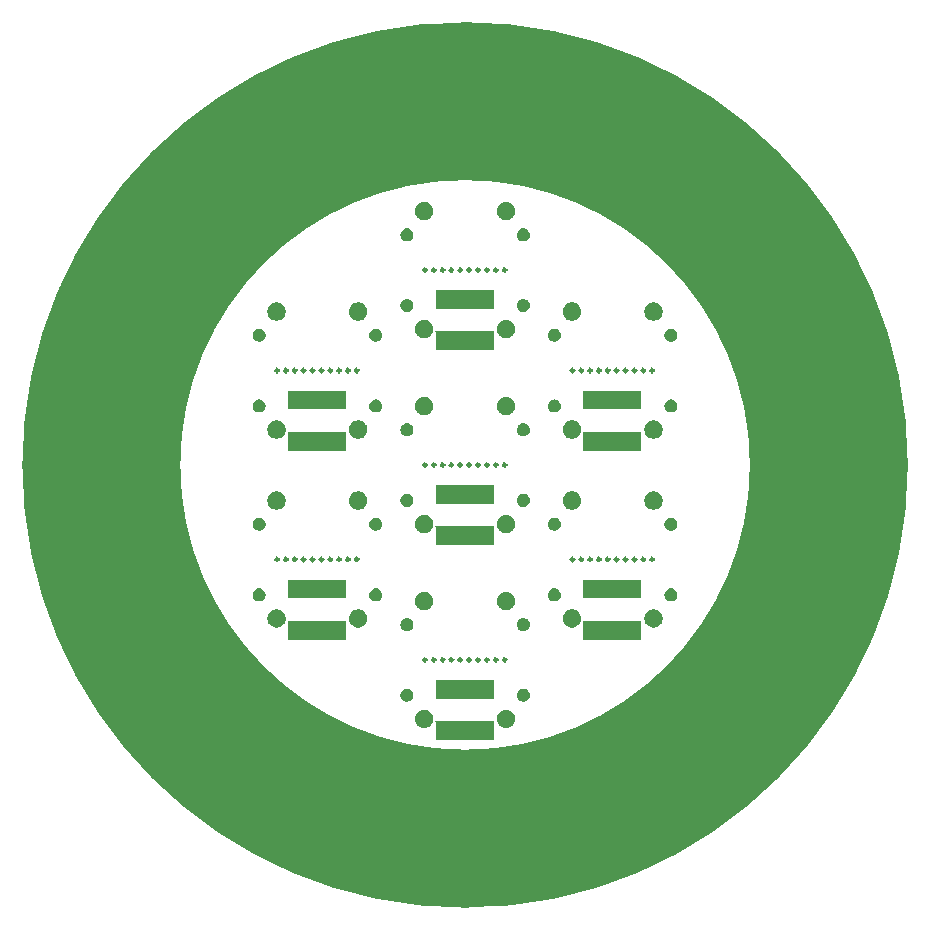
<source format=gbr>
G04 #@! TF.GenerationSoftware,KiCad,Pcbnew,(6.0.0-rc1-dev-305-gf0b8b2136)*
G04 #@! TF.CreationDate,2019-08-02T16:00:19-06:00*
G04 #@! TF.ProjectId,Gateway01,4761746577617930312E6B696361645F,rev?*
G04 #@! TF.SameCoordinates,Original*
G04 #@! TF.FileFunction,Soldermask,Top*
G04 #@! TF.FilePolarity,Negative*
%FSLAX46Y46*%
G04 Gerber Fmt 4.6, Leading zero omitted, Abs format (unit mm)*
G04 Created by KiCad (PCBNEW (6.0.0-rc1-dev-305-gf0b8b2136)) date 08/02/19 16:00:19*
%MOMM*%
%LPD*%
G01*
G04 APERTURE LIST*
%ADD10C,0.150000*%
%ADD11C,0.250000*%
%ADD12C,13.400000*%
%ADD13C,0.100000*%
G04 APERTURE END LIST*
D10*
X97247000Y-113750000D02*
G75*
G03X97247000Y-113750000I-50000J0D01*
G01*
X97247000Y-97250000D02*
G75*
G03X97247000Y-97250000I-50000J0D01*
G01*
D11*
X96597000Y-113750000D02*
G75*
G03X96597000Y-113750000I-150000J0D01*
G01*
X96597000Y-97250000D02*
G75*
G03X96597000Y-97250000I-150000J0D01*
G01*
X95847000Y-113750000D02*
G75*
G03X95847000Y-113750000I-150000J0D01*
G01*
X95847000Y-97250000D02*
G75*
G03X95847000Y-97250000I-150000J0D01*
G01*
D10*
X94997000Y-113750000D02*
G75*
G03X94997000Y-113750000I-50000J0D01*
G01*
X94997000Y-97250000D02*
G75*
G03X94997000Y-97250000I-50000J0D01*
G01*
X96497000Y-113750000D02*
G75*
G03X96497000Y-113750000I-50000J0D01*
G01*
X96497000Y-97250000D02*
G75*
G03X96497000Y-97250000I-50000J0D01*
G01*
D11*
X97347000Y-113750000D02*
G75*
G03X97347000Y-113750000I-150000J0D01*
G01*
X97347000Y-97250000D02*
G75*
G03X97347000Y-97250000I-150000J0D01*
G01*
D10*
X90497000Y-113750000D02*
G75*
G03X90497000Y-113750000I-50000J0D01*
G01*
X90497000Y-97250000D02*
G75*
G03X90497000Y-97250000I-50000J0D01*
G01*
X94247000Y-113750000D02*
G75*
G03X94247000Y-113750000I-50000J0D01*
G01*
X94247000Y-97250000D02*
G75*
G03X94247000Y-97250000I-50000J0D01*
G01*
D11*
X92847000Y-113750000D02*
G75*
G03X92847000Y-113750000I-150000J0D01*
G01*
X92847000Y-97250000D02*
G75*
G03X92847000Y-97250000I-150000J0D01*
G01*
X92097000Y-113750000D02*
G75*
G03X92097000Y-113750000I-150000J0D01*
G01*
X92097000Y-97250000D02*
G75*
G03X92097000Y-97250000I-150000J0D01*
G01*
D10*
X91997000Y-113750000D02*
G75*
G03X91997000Y-113750000I-50000J0D01*
G01*
X91997000Y-97250000D02*
G75*
G03X91997000Y-97250000I-50000J0D01*
G01*
D11*
X90597000Y-113750000D02*
G75*
G03X90597000Y-113750000I-150000J0D01*
G01*
X90597000Y-97250000D02*
G75*
G03X90597000Y-97250000I-150000J0D01*
G01*
X94347000Y-113750000D02*
G75*
G03X94347000Y-113750000I-150000J0D01*
G01*
X94347000Y-97250000D02*
G75*
G03X94347000Y-97250000I-150000J0D01*
G01*
X95097000Y-113750000D02*
G75*
G03X95097000Y-113750000I-150000J0D01*
G01*
X95097000Y-97250000D02*
G75*
G03X95097000Y-97250000I-150000J0D01*
G01*
X93597000Y-113750000D02*
G75*
G03X93597000Y-113750000I-150000J0D01*
G01*
X93597000Y-97250000D02*
G75*
G03X93597000Y-97250000I-150000J0D01*
G01*
D10*
X92747000Y-113750000D02*
G75*
G03X92747000Y-113750000I-50000J0D01*
G01*
X92747000Y-97250000D02*
G75*
G03X92747000Y-97250000I-50000J0D01*
G01*
X91247000Y-113750000D02*
G75*
G03X91247000Y-113750000I-50000J0D01*
G01*
X91247000Y-97250000D02*
G75*
G03X91247000Y-97250000I-50000J0D01*
G01*
X95747000Y-113750000D02*
G75*
G03X95747000Y-113750000I-50000J0D01*
G01*
X95747000Y-97250000D02*
G75*
G03X95747000Y-97250000I-50000J0D01*
G01*
D11*
X91347000Y-113750000D02*
G75*
G03X91347000Y-113750000I-150000J0D01*
G01*
X91347000Y-97250000D02*
G75*
G03X91347000Y-97250000I-150000J0D01*
G01*
D10*
X93497000Y-113750000D02*
G75*
G03X93497000Y-113750000I-50000J0D01*
G01*
X93497000Y-97250000D02*
G75*
G03X93497000Y-97250000I-50000J0D01*
G01*
X90497000Y-80750000D02*
G75*
G03X90497000Y-80750000I-50000J0D01*
G01*
X95747000Y-80750000D02*
G75*
G03X95747000Y-80750000I-50000J0D01*
G01*
D11*
X92097000Y-80750000D02*
G75*
G03X92097000Y-80750000I-150000J0D01*
G01*
D10*
X91997000Y-80750000D02*
G75*
G03X91997000Y-80750000I-50000J0D01*
G01*
D11*
X90597000Y-80750000D02*
G75*
G03X90597000Y-80750000I-150000J0D01*
G01*
X93597000Y-80750000D02*
G75*
G03X93597000Y-80750000I-150000J0D01*
G01*
D10*
X94997000Y-80750000D02*
G75*
G03X94997000Y-80750000I-50000J0D01*
G01*
D11*
X91347000Y-80750000D02*
G75*
G03X91347000Y-80750000I-150000J0D01*
G01*
D10*
X97247000Y-80750000D02*
G75*
G03X97247000Y-80750000I-50000J0D01*
G01*
X91247000Y-80750000D02*
G75*
G03X91247000Y-80750000I-50000J0D01*
G01*
X92747000Y-80750000D02*
G75*
G03X92747000Y-80750000I-50000J0D01*
G01*
X94247000Y-80750000D02*
G75*
G03X94247000Y-80750000I-50000J0D01*
G01*
D11*
X92847000Y-80750000D02*
G75*
G03X92847000Y-80750000I-150000J0D01*
G01*
X97347000Y-80750000D02*
G75*
G03X97347000Y-80750000I-150000J0D01*
G01*
D10*
X96497000Y-80750000D02*
G75*
G03X96497000Y-80750000I-50000J0D01*
G01*
D11*
X95847000Y-80750000D02*
G75*
G03X95847000Y-80750000I-150000J0D01*
G01*
D10*
X93497000Y-80750000D02*
G75*
G03X93497000Y-80750000I-50000J0D01*
G01*
D11*
X95097000Y-80750000D02*
G75*
G03X95097000Y-80750000I-150000J0D01*
G01*
X96597000Y-80750000D02*
G75*
G03X96597000Y-80750000I-150000J0D01*
G01*
X94347000Y-80750000D02*
G75*
G03X94347000Y-80750000I-150000J0D01*
G01*
D10*
X77987000Y-105250000D02*
G75*
G03X77987000Y-105250000I-50000J0D01*
G01*
X102987000Y-105250000D02*
G75*
G03X102987000Y-105250000I-50000J0D01*
G01*
X77987000Y-89250000D02*
G75*
G03X77987000Y-89250000I-50000J0D01*
G01*
X83237000Y-105250000D02*
G75*
G03X83237000Y-105250000I-50000J0D01*
G01*
X108237000Y-105250000D02*
G75*
G03X108237000Y-105250000I-50000J0D01*
G01*
X83237000Y-89250000D02*
G75*
G03X83237000Y-89250000I-50000J0D01*
G01*
D11*
X79587000Y-105250000D02*
G75*
G03X79587000Y-105250000I-150000J0D01*
G01*
X104587000Y-105250000D02*
G75*
G03X104587000Y-105250000I-150000J0D01*
G01*
X79587000Y-89250000D02*
G75*
G03X79587000Y-89250000I-150000J0D01*
G01*
D10*
X79487000Y-105250000D02*
G75*
G03X79487000Y-105250000I-50000J0D01*
G01*
X104487000Y-105250000D02*
G75*
G03X104487000Y-105250000I-50000J0D01*
G01*
X79487000Y-89250000D02*
G75*
G03X79487000Y-89250000I-50000J0D01*
G01*
D11*
X78087000Y-105250000D02*
G75*
G03X78087000Y-105250000I-150000J0D01*
G01*
X103087000Y-105250000D02*
G75*
G03X103087000Y-105250000I-150000J0D01*
G01*
X78087000Y-89250000D02*
G75*
G03X78087000Y-89250000I-150000J0D01*
G01*
X81087000Y-105250000D02*
G75*
G03X81087000Y-105250000I-150000J0D01*
G01*
X106087000Y-105250000D02*
G75*
G03X106087000Y-105250000I-150000J0D01*
G01*
X81087000Y-89250000D02*
G75*
G03X81087000Y-89250000I-150000J0D01*
G01*
D10*
X82487000Y-105250000D02*
G75*
G03X82487000Y-105250000I-50000J0D01*
G01*
X107487000Y-105250000D02*
G75*
G03X107487000Y-105250000I-50000J0D01*
G01*
X82487000Y-89250000D02*
G75*
G03X82487000Y-89250000I-50000J0D01*
G01*
D11*
X78837000Y-105250000D02*
G75*
G03X78837000Y-105250000I-150000J0D01*
G01*
X103837000Y-105250000D02*
G75*
G03X103837000Y-105250000I-150000J0D01*
G01*
X78837000Y-89250000D02*
G75*
G03X78837000Y-89250000I-150000J0D01*
G01*
D10*
X84737000Y-105250000D02*
G75*
G03X84737000Y-105250000I-50000J0D01*
G01*
X109737000Y-105250000D02*
G75*
G03X109737000Y-105250000I-50000J0D01*
G01*
X84737000Y-89250000D02*
G75*
G03X84737000Y-89250000I-50000J0D01*
G01*
X78737000Y-105250000D02*
G75*
G03X78737000Y-105250000I-50000J0D01*
G01*
X103737000Y-105250000D02*
G75*
G03X103737000Y-105250000I-50000J0D01*
G01*
X78737000Y-89250000D02*
G75*
G03X78737000Y-89250000I-50000J0D01*
G01*
X80237000Y-105250000D02*
G75*
G03X80237000Y-105250000I-50000J0D01*
G01*
X105237000Y-105250000D02*
G75*
G03X105237000Y-105250000I-50000J0D01*
G01*
X80237000Y-89250000D02*
G75*
G03X80237000Y-89250000I-50000J0D01*
G01*
X81737000Y-105250000D02*
G75*
G03X81737000Y-105250000I-50000J0D01*
G01*
X106737000Y-105250000D02*
G75*
G03X106737000Y-105250000I-50000J0D01*
G01*
X81737000Y-89250000D02*
G75*
G03X81737000Y-89250000I-50000J0D01*
G01*
D11*
X80337000Y-105250000D02*
G75*
G03X80337000Y-105250000I-150000J0D01*
G01*
X105337000Y-105250000D02*
G75*
G03X105337000Y-105250000I-150000J0D01*
G01*
X80337000Y-89250000D02*
G75*
G03X80337000Y-89250000I-150000J0D01*
G01*
X84837000Y-105250000D02*
G75*
G03X84837000Y-105250000I-150000J0D01*
G01*
X109837000Y-105250000D02*
G75*
G03X109837000Y-105250000I-150000J0D01*
G01*
X84837000Y-89250000D02*
G75*
G03X84837000Y-89250000I-150000J0D01*
G01*
D10*
X83987000Y-105250000D02*
G75*
G03X83987000Y-105250000I-50000J0D01*
G01*
X108987000Y-105250000D02*
G75*
G03X108987000Y-105250000I-50000J0D01*
G01*
X83987000Y-89250000D02*
G75*
G03X83987000Y-89250000I-50000J0D01*
G01*
D11*
X83337000Y-105250000D02*
G75*
G03X83337000Y-105250000I-150000J0D01*
G01*
X108337000Y-105250000D02*
G75*
G03X108337000Y-105250000I-150000J0D01*
G01*
X83337000Y-89250000D02*
G75*
G03X83337000Y-89250000I-150000J0D01*
G01*
D10*
X80987000Y-105250000D02*
G75*
G03X80987000Y-105250000I-50000J0D01*
G01*
X105987000Y-105250000D02*
G75*
G03X105987000Y-105250000I-50000J0D01*
G01*
X80987000Y-89250000D02*
G75*
G03X80987000Y-89250000I-50000J0D01*
G01*
D11*
X82587000Y-105250000D02*
G75*
G03X82587000Y-105250000I-150000J0D01*
G01*
X107587000Y-105250000D02*
G75*
G03X107587000Y-105250000I-150000J0D01*
G01*
X82587000Y-89250000D02*
G75*
G03X82587000Y-89250000I-150000J0D01*
G01*
X84087000Y-105250000D02*
G75*
G03X84087000Y-105250000I-150000J0D01*
G01*
X109087000Y-105250000D02*
G75*
G03X109087000Y-105250000I-150000J0D01*
G01*
X84087000Y-89250000D02*
G75*
G03X84087000Y-89250000I-150000J0D01*
G01*
X81837000Y-105250000D02*
G75*
G03X81837000Y-105250000I-150000J0D01*
G01*
X106837000Y-105250000D02*
G75*
G03X106837000Y-105250000I-150000J0D01*
G01*
X81837000Y-89250000D02*
G75*
G03X81837000Y-89250000I-150000J0D01*
G01*
D10*
X102987000Y-89250000D02*
G75*
G03X102987000Y-89250000I-50000J0D01*
G01*
X103737000Y-89250000D02*
G75*
G03X103737000Y-89250000I-50000J0D01*
G01*
X104487000Y-89250000D02*
G75*
G03X104487000Y-89250000I-50000J0D01*
G01*
X105237000Y-89250000D02*
G75*
G03X105237000Y-89250000I-50000J0D01*
G01*
X105987000Y-89250000D02*
G75*
G03X105987000Y-89250000I-50000J0D01*
G01*
X106737000Y-89250000D02*
G75*
G03X106737000Y-89250000I-50000J0D01*
G01*
X107487000Y-89250000D02*
G75*
G03X107487000Y-89250000I-50000J0D01*
G01*
X108237000Y-89250000D02*
G75*
G03X108237000Y-89250000I-50000J0D01*
G01*
X108987000Y-89250000D02*
G75*
G03X108987000Y-89250000I-50000J0D01*
G01*
D11*
X103087000Y-89250000D02*
G75*
G03X103087000Y-89250000I-150000J0D01*
G01*
X103837000Y-89250000D02*
G75*
G03X103837000Y-89250000I-150000J0D01*
G01*
X104587000Y-89250000D02*
G75*
G03X104587000Y-89250000I-150000J0D01*
G01*
X105337000Y-89250000D02*
G75*
G03X105337000Y-89250000I-150000J0D01*
G01*
X106087000Y-89250000D02*
G75*
G03X106087000Y-89250000I-150000J0D01*
G01*
X106837000Y-89250000D02*
G75*
G03X106837000Y-89250000I-150000J0D01*
G01*
X107587000Y-89250000D02*
G75*
G03X107587000Y-89250000I-150000J0D01*
G01*
X108337000Y-89250000D02*
G75*
G03X108337000Y-89250000I-150000J0D01*
G01*
X109087000Y-89250000D02*
G75*
G03X109087000Y-89250000I-150000J0D01*
G01*
D10*
X109737000Y-89250000D02*
G75*
G03X109737000Y-89250000I-50000J0D01*
G01*
D11*
X109837000Y-89250000D02*
G75*
G03X109837000Y-89250000I-150000J0D01*
G01*
D12*
X124652000Y-97250000D02*
G75*
G03X124652000Y-97250000I-30800000J0D01*
G01*
D13*
G36*
X96262000Y-120550000D02*
X91362000Y-120550000D01*
X91362000Y-119054418D01*
X91359598Y-119030032D01*
X91352485Y-119006583D01*
X91340934Y-118984972D01*
X91325388Y-118966030D01*
X91306446Y-118950484D01*
X91305540Y-118950000D01*
X96262000Y-118950000D01*
X96262000Y-120550000D01*
X96262000Y-120550000D01*
G37*
G36*
X97538349Y-117993820D02*
X97538352Y-117993821D01*
X97538351Y-117993821D01*
X97679574Y-118052317D01*
X97679575Y-118052318D01*
X97806674Y-118137243D01*
X97914757Y-118245326D01*
X97914759Y-118245329D01*
X97999683Y-118372426D01*
X98044927Y-118481657D01*
X98058180Y-118513651D01*
X98088000Y-118663569D01*
X98088000Y-118816431D01*
X98058180Y-118966349D01*
X98058179Y-118966351D01*
X97999683Y-119107574D01*
X97999682Y-119107575D01*
X97914757Y-119234674D01*
X97806674Y-119342757D01*
X97806671Y-119342759D01*
X97679574Y-119427683D01*
X97570343Y-119472927D01*
X97538349Y-119486180D01*
X97388431Y-119516000D01*
X97235569Y-119516000D01*
X97085651Y-119486180D01*
X97053657Y-119472927D01*
X96944426Y-119427683D01*
X96817329Y-119342759D01*
X96817326Y-119342757D01*
X96709243Y-119234674D01*
X96624318Y-119107575D01*
X96624317Y-119107574D01*
X96565821Y-118966351D01*
X96565820Y-118966349D01*
X96536000Y-118816431D01*
X96536000Y-118663569D01*
X96565820Y-118513651D01*
X96579073Y-118481657D01*
X96624317Y-118372426D01*
X96709241Y-118245329D01*
X96709243Y-118245326D01*
X96817326Y-118137243D01*
X96944425Y-118052318D01*
X96944426Y-118052317D01*
X97085649Y-117993821D01*
X97085648Y-117993821D01*
X97085651Y-117993820D01*
X97235569Y-117964000D01*
X97388431Y-117964000D01*
X97538349Y-117993820D01*
X97538349Y-117993820D01*
G37*
G36*
X90618349Y-117993820D02*
X90618352Y-117993821D01*
X90618351Y-117993821D01*
X90759574Y-118052317D01*
X90759575Y-118052318D01*
X90886674Y-118137243D01*
X90994757Y-118245326D01*
X90994759Y-118245329D01*
X91079683Y-118372426D01*
X91124927Y-118481657D01*
X91138180Y-118513651D01*
X91168000Y-118663569D01*
X91168000Y-118825000D01*
X91170402Y-118849386D01*
X91177515Y-118872835D01*
X91189066Y-118894446D01*
X91204612Y-118913388D01*
X91223554Y-118928934D01*
X91226411Y-118930461D01*
X91212614Y-118931820D01*
X91189165Y-118938933D01*
X91167554Y-118950484D01*
X91148612Y-118966030D01*
X91133066Y-118984972D01*
X91121515Y-119006582D01*
X91116022Y-119019843D01*
X91079683Y-119107574D01*
X91079682Y-119107575D01*
X90994757Y-119234674D01*
X90886674Y-119342757D01*
X90886671Y-119342759D01*
X90759574Y-119427683D01*
X90650343Y-119472927D01*
X90618349Y-119486180D01*
X90468431Y-119516000D01*
X90315569Y-119516000D01*
X90165651Y-119486180D01*
X90133657Y-119472927D01*
X90024426Y-119427683D01*
X89897329Y-119342759D01*
X89897326Y-119342757D01*
X89789243Y-119234674D01*
X89704318Y-119107575D01*
X89704317Y-119107574D01*
X89645821Y-118966351D01*
X89645820Y-118966349D01*
X89616000Y-118816431D01*
X89616000Y-118663569D01*
X89645820Y-118513651D01*
X89659073Y-118481657D01*
X89704317Y-118372426D01*
X89789241Y-118245329D01*
X89789243Y-118245326D01*
X89897326Y-118137243D01*
X90024425Y-118052318D01*
X90024426Y-118052317D01*
X90165649Y-117993821D01*
X90165648Y-117993821D01*
X90165651Y-117993820D01*
X90315569Y-117964000D01*
X90468431Y-117964000D01*
X90618349Y-117993820D01*
X90618349Y-117993820D01*
G37*
G36*
X89077721Y-116210174D02*
X89177995Y-116251709D01*
X89268245Y-116312012D01*
X89344988Y-116388755D01*
X89405291Y-116479005D01*
X89446826Y-116579279D01*
X89468000Y-116685730D01*
X89468000Y-116794270D01*
X89446826Y-116900721D01*
X89405291Y-117000995D01*
X89344988Y-117091245D01*
X89268245Y-117167988D01*
X89177995Y-117228291D01*
X89077721Y-117269826D01*
X88971270Y-117291000D01*
X88862730Y-117291000D01*
X88756279Y-117269826D01*
X88656005Y-117228291D01*
X88565755Y-117167988D01*
X88489012Y-117091245D01*
X88428709Y-117000995D01*
X88387174Y-116900721D01*
X88366000Y-116794270D01*
X88366000Y-116685730D01*
X88387174Y-116579279D01*
X88428709Y-116479005D01*
X88489012Y-116388755D01*
X88565755Y-116312012D01*
X88656005Y-116251709D01*
X88756279Y-116210174D01*
X88862730Y-116189000D01*
X88971270Y-116189000D01*
X89077721Y-116210174D01*
X89077721Y-116210174D01*
G37*
G36*
X98947721Y-116210174D02*
X99047995Y-116251709D01*
X99138245Y-116312012D01*
X99214988Y-116388755D01*
X99275291Y-116479005D01*
X99316826Y-116579279D01*
X99338000Y-116685730D01*
X99338000Y-116794270D01*
X99316826Y-116900721D01*
X99275291Y-117000995D01*
X99214988Y-117091245D01*
X99138245Y-117167988D01*
X99047995Y-117228291D01*
X98947721Y-117269826D01*
X98841270Y-117291000D01*
X98732730Y-117291000D01*
X98626279Y-117269826D01*
X98526005Y-117228291D01*
X98435755Y-117167988D01*
X98359012Y-117091245D01*
X98298709Y-117000995D01*
X98257174Y-116900721D01*
X98236000Y-116794270D01*
X98236000Y-116685730D01*
X98257174Y-116579279D01*
X98298709Y-116479005D01*
X98359012Y-116388755D01*
X98435755Y-116312012D01*
X98526005Y-116251709D01*
X98626279Y-116210174D01*
X98732730Y-116189000D01*
X98841270Y-116189000D01*
X98947721Y-116210174D01*
X98947721Y-116210174D01*
G37*
G36*
X96262000Y-117050000D02*
X91362000Y-117050000D01*
X91362000Y-115450000D01*
X96262000Y-115450000D01*
X96262000Y-117050000D01*
X96262000Y-117050000D01*
G37*
G36*
X83762000Y-112050000D02*
X78862000Y-112050000D01*
X78862000Y-110554418D01*
X78859598Y-110530032D01*
X78852485Y-110506583D01*
X78840934Y-110484972D01*
X78825388Y-110466030D01*
X78806446Y-110450484D01*
X78805540Y-110450000D01*
X83762000Y-110450000D01*
X83762000Y-112050000D01*
X83762000Y-112050000D01*
G37*
G36*
X108762000Y-112050000D02*
X103862000Y-112050000D01*
X103862000Y-110554418D01*
X103859598Y-110530032D01*
X103852485Y-110506583D01*
X103840934Y-110484972D01*
X103825388Y-110466030D01*
X103806446Y-110450484D01*
X103805540Y-110450000D01*
X108762000Y-110450000D01*
X108762000Y-112050000D01*
X108762000Y-112050000D01*
G37*
G36*
X98947721Y-110230174D02*
X99047995Y-110271709D01*
X99138245Y-110332012D01*
X99214988Y-110408755D01*
X99275291Y-110499005D01*
X99316826Y-110599279D01*
X99338000Y-110705730D01*
X99338000Y-110814270D01*
X99316826Y-110920721D01*
X99275291Y-111020995D01*
X99214988Y-111111245D01*
X99138245Y-111187988D01*
X99047995Y-111248291D01*
X98947721Y-111289826D01*
X98841270Y-111311000D01*
X98732730Y-111311000D01*
X98626279Y-111289826D01*
X98526005Y-111248291D01*
X98435755Y-111187988D01*
X98359012Y-111111245D01*
X98298709Y-111020995D01*
X98257174Y-110920721D01*
X98236000Y-110814270D01*
X98236000Y-110705730D01*
X98257174Y-110599279D01*
X98298709Y-110499005D01*
X98359012Y-110408755D01*
X98435755Y-110332012D01*
X98526005Y-110271709D01*
X98626279Y-110230174D01*
X98732730Y-110209000D01*
X98841270Y-110209000D01*
X98947721Y-110230174D01*
X98947721Y-110230174D01*
G37*
G36*
X89077721Y-110230174D02*
X89177995Y-110271709D01*
X89268245Y-110332012D01*
X89344988Y-110408755D01*
X89405291Y-110499005D01*
X89446826Y-110599279D01*
X89468000Y-110705730D01*
X89468000Y-110814270D01*
X89446826Y-110920721D01*
X89405291Y-111020995D01*
X89344988Y-111111245D01*
X89268245Y-111187988D01*
X89177995Y-111248291D01*
X89077721Y-111289826D01*
X88971270Y-111311000D01*
X88862730Y-111311000D01*
X88756279Y-111289826D01*
X88656005Y-111248291D01*
X88565755Y-111187988D01*
X88489012Y-111111245D01*
X88428709Y-111020995D01*
X88387174Y-110920721D01*
X88366000Y-110814270D01*
X88366000Y-110705730D01*
X88387174Y-110599279D01*
X88428709Y-110499005D01*
X88489012Y-110408755D01*
X88565755Y-110332012D01*
X88656005Y-110271709D01*
X88756279Y-110230174D01*
X88862730Y-110209000D01*
X88971270Y-110209000D01*
X89077721Y-110230174D01*
X89077721Y-110230174D01*
G37*
G36*
X110038349Y-109493820D02*
X110038352Y-109493821D01*
X110038351Y-109493821D01*
X110179574Y-109552317D01*
X110179575Y-109552318D01*
X110306674Y-109637243D01*
X110414757Y-109745326D01*
X110414759Y-109745329D01*
X110499683Y-109872426D01*
X110544927Y-109981657D01*
X110558180Y-110013651D01*
X110588000Y-110163569D01*
X110588000Y-110316431D01*
X110558180Y-110466349D01*
X110558179Y-110466351D01*
X110499683Y-110607574D01*
X110499682Y-110607575D01*
X110414757Y-110734674D01*
X110306674Y-110842757D01*
X110306671Y-110842759D01*
X110179574Y-110927683D01*
X110070343Y-110972927D01*
X110038349Y-110986180D01*
X109888431Y-111016000D01*
X109735569Y-111016000D01*
X109585651Y-110986180D01*
X109553657Y-110972927D01*
X109444426Y-110927683D01*
X109317329Y-110842759D01*
X109317326Y-110842757D01*
X109209243Y-110734674D01*
X109124318Y-110607575D01*
X109124317Y-110607574D01*
X109065821Y-110466351D01*
X109065820Y-110466349D01*
X109036000Y-110316431D01*
X109036000Y-110163569D01*
X109065820Y-110013651D01*
X109079073Y-109981657D01*
X109124317Y-109872426D01*
X109209241Y-109745329D01*
X109209243Y-109745326D01*
X109317326Y-109637243D01*
X109444425Y-109552318D01*
X109444426Y-109552317D01*
X109585649Y-109493821D01*
X109585648Y-109493821D01*
X109585651Y-109493820D01*
X109735569Y-109464000D01*
X109888431Y-109464000D01*
X110038349Y-109493820D01*
X110038349Y-109493820D01*
G37*
G36*
X78118349Y-109493820D02*
X78118352Y-109493821D01*
X78118351Y-109493821D01*
X78259574Y-109552317D01*
X78259575Y-109552318D01*
X78386674Y-109637243D01*
X78494757Y-109745326D01*
X78494759Y-109745329D01*
X78579683Y-109872426D01*
X78624927Y-109981657D01*
X78638180Y-110013651D01*
X78668000Y-110163569D01*
X78668000Y-110325000D01*
X78670402Y-110349386D01*
X78677515Y-110372835D01*
X78689066Y-110394446D01*
X78704612Y-110413388D01*
X78723554Y-110428934D01*
X78726411Y-110430461D01*
X78712614Y-110431820D01*
X78689165Y-110438933D01*
X78667554Y-110450484D01*
X78648612Y-110466030D01*
X78633066Y-110484972D01*
X78621515Y-110506582D01*
X78616022Y-110519843D01*
X78579683Y-110607574D01*
X78579682Y-110607575D01*
X78494757Y-110734674D01*
X78386674Y-110842757D01*
X78386671Y-110842759D01*
X78259574Y-110927683D01*
X78150343Y-110972927D01*
X78118349Y-110986180D01*
X77968431Y-111016000D01*
X77815569Y-111016000D01*
X77665651Y-110986180D01*
X77633657Y-110972927D01*
X77524426Y-110927683D01*
X77397329Y-110842759D01*
X77397326Y-110842757D01*
X77289243Y-110734674D01*
X77204318Y-110607575D01*
X77204317Y-110607574D01*
X77145821Y-110466351D01*
X77145820Y-110466349D01*
X77116000Y-110316431D01*
X77116000Y-110163569D01*
X77145820Y-110013651D01*
X77159073Y-109981657D01*
X77204317Y-109872426D01*
X77289241Y-109745329D01*
X77289243Y-109745326D01*
X77397326Y-109637243D01*
X77524425Y-109552318D01*
X77524426Y-109552317D01*
X77665649Y-109493821D01*
X77665648Y-109493821D01*
X77665651Y-109493820D01*
X77815569Y-109464000D01*
X77968431Y-109464000D01*
X78118349Y-109493820D01*
X78118349Y-109493820D01*
G37*
G36*
X85038349Y-109493820D02*
X85038352Y-109493821D01*
X85038351Y-109493821D01*
X85179574Y-109552317D01*
X85179575Y-109552318D01*
X85306674Y-109637243D01*
X85414757Y-109745326D01*
X85414759Y-109745329D01*
X85499683Y-109872426D01*
X85544927Y-109981657D01*
X85558180Y-110013651D01*
X85588000Y-110163569D01*
X85588000Y-110316431D01*
X85558180Y-110466349D01*
X85558179Y-110466351D01*
X85499683Y-110607574D01*
X85499682Y-110607575D01*
X85414757Y-110734674D01*
X85306674Y-110842757D01*
X85306671Y-110842759D01*
X85179574Y-110927683D01*
X85070343Y-110972927D01*
X85038349Y-110986180D01*
X84888431Y-111016000D01*
X84735569Y-111016000D01*
X84585651Y-110986180D01*
X84553657Y-110972927D01*
X84444426Y-110927683D01*
X84317329Y-110842759D01*
X84317326Y-110842757D01*
X84209243Y-110734674D01*
X84124318Y-110607575D01*
X84124317Y-110607574D01*
X84065821Y-110466351D01*
X84065820Y-110466349D01*
X84036000Y-110316431D01*
X84036000Y-110163569D01*
X84065820Y-110013651D01*
X84079073Y-109981657D01*
X84124317Y-109872426D01*
X84209241Y-109745329D01*
X84209243Y-109745326D01*
X84317326Y-109637243D01*
X84444425Y-109552318D01*
X84444426Y-109552317D01*
X84585649Y-109493821D01*
X84585648Y-109493821D01*
X84585651Y-109493820D01*
X84735569Y-109464000D01*
X84888431Y-109464000D01*
X85038349Y-109493820D01*
X85038349Y-109493820D01*
G37*
G36*
X103118349Y-109493820D02*
X103118352Y-109493821D01*
X103118351Y-109493821D01*
X103259574Y-109552317D01*
X103259575Y-109552318D01*
X103386674Y-109637243D01*
X103494757Y-109745326D01*
X103494759Y-109745329D01*
X103579683Y-109872426D01*
X103624927Y-109981657D01*
X103638180Y-110013651D01*
X103668000Y-110163569D01*
X103668000Y-110325000D01*
X103670402Y-110349386D01*
X103677515Y-110372835D01*
X103689066Y-110394446D01*
X103704612Y-110413388D01*
X103723554Y-110428934D01*
X103726411Y-110430461D01*
X103712614Y-110431820D01*
X103689165Y-110438933D01*
X103667554Y-110450484D01*
X103648612Y-110466030D01*
X103633066Y-110484972D01*
X103621515Y-110506582D01*
X103616022Y-110519843D01*
X103579683Y-110607574D01*
X103579682Y-110607575D01*
X103494757Y-110734674D01*
X103386674Y-110842757D01*
X103386671Y-110842759D01*
X103259574Y-110927683D01*
X103150343Y-110972927D01*
X103118349Y-110986180D01*
X102968431Y-111016000D01*
X102815569Y-111016000D01*
X102665651Y-110986180D01*
X102633657Y-110972927D01*
X102524426Y-110927683D01*
X102397329Y-110842759D01*
X102397326Y-110842757D01*
X102289243Y-110734674D01*
X102204318Y-110607575D01*
X102204317Y-110607574D01*
X102145821Y-110466351D01*
X102145820Y-110466349D01*
X102116000Y-110316431D01*
X102116000Y-110163569D01*
X102145820Y-110013651D01*
X102159073Y-109981657D01*
X102204317Y-109872426D01*
X102289241Y-109745329D01*
X102289243Y-109745326D01*
X102397326Y-109637243D01*
X102524425Y-109552318D01*
X102524426Y-109552317D01*
X102665649Y-109493821D01*
X102665648Y-109493821D01*
X102665651Y-109493820D01*
X102815569Y-109464000D01*
X102968431Y-109464000D01*
X103118349Y-109493820D01*
X103118349Y-109493820D01*
G37*
G36*
X97538349Y-108013820D02*
X97538352Y-108013821D01*
X97538351Y-108013821D01*
X97679574Y-108072317D01*
X97679575Y-108072318D01*
X97806674Y-108157243D01*
X97914757Y-108265326D01*
X97914759Y-108265329D01*
X97999683Y-108392426D01*
X98044653Y-108500995D01*
X98058180Y-108533651D01*
X98088000Y-108683569D01*
X98088000Y-108836431D01*
X98058180Y-108986349D01*
X98058179Y-108986351D01*
X97999683Y-109127574D01*
X97999682Y-109127575D01*
X97914757Y-109254674D01*
X97806674Y-109362757D01*
X97806671Y-109362759D01*
X97679574Y-109447683D01*
X97570343Y-109492927D01*
X97538349Y-109506180D01*
X97388431Y-109536000D01*
X97235569Y-109536000D01*
X97085651Y-109506180D01*
X97053657Y-109492927D01*
X96944426Y-109447683D01*
X96817329Y-109362759D01*
X96817326Y-109362757D01*
X96709243Y-109254674D01*
X96624318Y-109127575D01*
X96624317Y-109127574D01*
X96565821Y-108986351D01*
X96565820Y-108986349D01*
X96536000Y-108836431D01*
X96536000Y-108683569D01*
X96565820Y-108533651D01*
X96579347Y-108500995D01*
X96624317Y-108392426D01*
X96709241Y-108265329D01*
X96709243Y-108265326D01*
X96817326Y-108157243D01*
X96944425Y-108072318D01*
X96944426Y-108072317D01*
X97085649Y-108013821D01*
X97085648Y-108013821D01*
X97085651Y-108013820D01*
X97235569Y-107984000D01*
X97388431Y-107984000D01*
X97538349Y-108013820D01*
X97538349Y-108013820D01*
G37*
G36*
X90618349Y-108013820D02*
X90618352Y-108013821D01*
X90618351Y-108013821D01*
X90759574Y-108072317D01*
X90759575Y-108072318D01*
X90886674Y-108157243D01*
X90994757Y-108265326D01*
X90994759Y-108265329D01*
X91079683Y-108392426D01*
X91124653Y-108500995D01*
X91138180Y-108533651D01*
X91168000Y-108683569D01*
X91168000Y-108836431D01*
X91138180Y-108986349D01*
X91138179Y-108986351D01*
X91079683Y-109127574D01*
X91079682Y-109127575D01*
X90994757Y-109254674D01*
X90886674Y-109362757D01*
X90886671Y-109362759D01*
X90759574Y-109447683D01*
X90650343Y-109492927D01*
X90618349Y-109506180D01*
X90468431Y-109536000D01*
X90315569Y-109536000D01*
X90165651Y-109506180D01*
X90133657Y-109492927D01*
X90024426Y-109447683D01*
X89897329Y-109362759D01*
X89897326Y-109362757D01*
X89789243Y-109254674D01*
X89704318Y-109127575D01*
X89704317Y-109127574D01*
X89645821Y-108986351D01*
X89645820Y-108986349D01*
X89616000Y-108836431D01*
X89616000Y-108683569D01*
X89645820Y-108533651D01*
X89659347Y-108500995D01*
X89704317Y-108392426D01*
X89789241Y-108265329D01*
X89789243Y-108265326D01*
X89897326Y-108157243D01*
X90024425Y-108072318D01*
X90024426Y-108072317D01*
X90165649Y-108013821D01*
X90165648Y-108013821D01*
X90165651Y-108013820D01*
X90315569Y-107984000D01*
X90468431Y-107984000D01*
X90618349Y-108013820D01*
X90618349Y-108013820D01*
G37*
G36*
X101577721Y-107710174D02*
X101677995Y-107751709D01*
X101768245Y-107812012D01*
X101844988Y-107888755D01*
X101905291Y-107979005D01*
X101946826Y-108079279D01*
X101968000Y-108185730D01*
X101968000Y-108294270D01*
X101946826Y-108400721D01*
X101905291Y-108500995D01*
X101844988Y-108591245D01*
X101768245Y-108667988D01*
X101677995Y-108728291D01*
X101577721Y-108769826D01*
X101471270Y-108791000D01*
X101362730Y-108791000D01*
X101256279Y-108769826D01*
X101156005Y-108728291D01*
X101065755Y-108667988D01*
X100989012Y-108591245D01*
X100928709Y-108500995D01*
X100887174Y-108400721D01*
X100866000Y-108294270D01*
X100866000Y-108185730D01*
X100887174Y-108079279D01*
X100928709Y-107979005D01*
X100989012Y-107888755D01*
X101065755Y-107812012D01*
X101156005Y-107751709D01*
X101256279Y-107710174D01*
X101362730Y-107689000D01*
X101471270Y-107689000D01*
X101577721Y-107710174D01*
X101577721Y-107710174D01*
G37*
G36*
X86447721Y-107710174D02*
X86547995Y-107751709D01*
X86638245Y-107812012D01*
X86714988Y-107888755D01*
X86775291Y-107979005D01*
X86816826Y-108079279D01*
X86838000Y-108185730D01*
X86838000Y-108294270D01*
X86816826Y-108400721D01*
X86775291Y-108500995D01*
X86714988Y-108591245D01*
X86638245Y-108667988D01*
X86547995Y-108728291D01*
X86447721Y-108769826D01*
X86341270Y-108791000D01*
X86232730Y-108791000D01*
X86126279Y-108769826D01*
X86026005Y-108728291D01*
X85935755Y-108667988D01*
X85859012Y-108591245D01*
X85798709Y-108500995D01*
X85757174Y-108400721D01*
X85736000Y-108294270D01*
X85736000Y-108185730D01*
X85757174Y-108079279D01*
X85798709Y-107979005D01*
X85859012Y-107888755D01*
X85935755Y-107812012D01*
X86026005Y-107751709D01*
X86126279Y-107710174D01*
X86232730Y-107689000D01*
X86341270Y-107689000D01*
X86447721Y-107710174D01*
X86447721Y-107710174D01*
G37*
G36*
X111447721Y-107710174D02*
X111547995Y-107751709D01*
X111638245Y-107812012D01*
X111714988Y-107888755D01*
X111775291Y-107979005D01*
X111816826Y-108079279D01*
X111838000Y-108185730D01*
X111838000Y-108294270D01*
X111816826Y-108400721D01*
X111775291Y-108500995D01*
X111714988Y-108591245D01*
X111638245Y-108667988D01*
X111547995Y-108728291D01*
X111447721Y-108769826D01*
X111341270Y-108791000D01*
X111232730Y-108791000D01*
X111126279Y-108769826D01*
X111026005Y-108728291D01*
X110935755Y-108667988D01*
X110859012Y-108591245D01*
X110798709Y-108500995D01*
X110757174Y-108400721D01*
X110736000Y-108294270D01*
X110736000Y-108185730D01*
X110757174Y-108079279D01*
X110798709Y-107979005D01*
X110859012Y-107888755D01*
X110935755Y-107812012D01*
X111026005Y-107751709D01*
X111126279Y-107710174D01*
X111232730Y-107689000D01*
X111341270Y-107689000D01*
X111447721Y-107710174D01*
X111447721Y-107710174D01*
G37*
G36*
X76577721Y-107710174D02*
X76677995Y-107751709D01*
X76768245Y-107812012D01*
X76844988Y-107888755D01*
X76905291Y-107979005D01*
X76946826Y-108079279D01*
X76968000Y-108185730D01*
X76968000Y-108294270D01*
X76946826Y-108400721D01*
X76905291Y-108500995D01*
X76844988Y-108591245D01*
X76768245Y-108667988D01*
X76677995Y-108728291D01*
X76577721Y-108769826D01*
X76471270Y-108791000D01*
X76362730Y-108791000D01*
X76256279Y-108769826D01*
X76156005Y-108728291D01*
X76065755Y-108667988D01*
X75989012Y-108591245D01*
X75928709Y-108500995D01*
X75887174Y-108400721D01*
X75866000Y-108294270D01*
X75866000Y-108185730D01*
X75887174Y-108079279D01*
X75928709Y-107979005D01*
X75989012Y-107888755D01*
X76065755Y-107812012D01*
X76156005Y-107751709D01*
X76256279Y-107710174D01*
X76362730Y-107689000D01*
X76471270Y-107689000D01*
X76577721Y-107710174D01*
X76577721Y-107710174D01*
G37*
G36*
X108762000Y-108550000D02*
X103862000Y-108550000D01*
X103862000Y-106950000D01*
X108762000Y-106950000D01*
X108762000Y-108550000D01*
X108762000Y-108550000D01*
G37*
G36*
X83762000Y-108550000D02*
X78862000Y-108550000D01*
X78862000Y-106950000D01*
X83762000Y-106950000D01*
X83762000Y-108550000D01*
X83762000Y-108550000D01*
G37*
G36*
X96262000Y-104050000D02*
X91362000Y-104050000D01*
X91362000Y-102554418D01*
X91359598Y-102530032D01*
X91352485Y-102506583D01*
X91340934Y-102484972D01*
X91325388Y-102466030D01*
X91306446Y-102450484D01*
X91305540Y-102450000D01*
X96262000Y-102450000D01*
X96262000Y-104050000D01*
X96262000Y-104050000D01*
G37*
G36*
X97538349Y-101493820D02*
X97538352Y-101493821D01*
X97538351Y-101493821D01*
X97679574Y-101552317D01*
X97679575Y-101552318D01*
X97806674Y-101637243D01*
X97914757Y-101745326D01*
X97914759Y-101745329D01*
X97999683Y-101872426D01*
X98014732Y-101908758D01*
X98058180Y-102013651D01*
X98088000Y-102163569D01*
X98088000Y-102316431D01*
X98058180Y-102466349D01*
X98058179Y-102466351D01*
X97999683Y-102607574D01*
X97999682Y-102607575D01*
X97914757Y-102734674D01*
X97806674Y-102842757D01*
X97806671Y-102842759D01*
X97679574Y-102927683D01*
X97570343Y-102972927D01*
X97538349Y-102986180D01*
X97388431Y-103016000D01*
X97235569Y-103016000D01*
X97085651Y-102986180D01*
X97053657Y-102972927D01*
X96944426Y-102927683D01*
X96817329Y-102842759D01*
X96817326Y-102842757D01*
X96709243Y-102734674D01*
X96624318Y-102607575D01*
X96624317Y-102607574D01*
X96565821Y-102466351D01*
X96565820Y-102466349D01*
X96536000Y-102316431D01*
X96536000Y-102163569D01*
X96565820Y-102013651D01*
X96609268Y-101908758D01*
X96624317Y-101872426D01*
X96709241Y-101745329D01*
X96709243Y-101745326D01*
X96817326Y-101637243D01*
X96944425Y-101552318D01*
X96944426Y-101552317D01*
X97085649Y-101493821D01*
X97085648Y-101493821D01*
X97085651Y-101493820D01*
X97235569Y-101464000D01*
X97388431Y-101464000D01*
X97538349Y-101493820D01*
X97538349Y-101493820D01*
G37*
G36*
X90618349Y-101493820D02*
X90618352Y-101493821D01*
X90618351Y-101493821D01*
X90759574Y-101552317D01*
X90759575Y-101552318D01*
X90886674Y-101637243D01*
X90994757Y-101745326D01*
X90994759Y-101745329D01*
X91079683Y-101872426D01*
X91094732Y-101908758D01*
X91138180Y-102013651D01*
X91168000Y-102163569D01*
X91168000Y-102325000D01*
X91170402Y-102349386D01*
X91177515Y-102372835D01*
X91189066Y-102394446D01*
X91204612Y-102413388D01*
X91223554Y-102428934D01*
X91226411Y-102430461D01*
X91212614Y-102431820D01*
X91189165Y-102438933D01*
X91167554Y-102450484D01*
X91148612Y-102466030D01*
X91133066Y-102484972D01*
X91121515Y-102506582D01*
X91116022Y-102519843D01*
X91079683Y-102607574D01*
X91079682Y-102607575D01*
X90994757Y-102734674D01*
X90886674Y-102842757D01*
X90886671Y-102842759D01*
X90759574Y-102927683D01*
X90650343Y-102972927D01*
X90618349Y-102986180D01*
X90468431Y-103016000D01*
X90315569Y-103016000D01*
X90165651Y-102986180D01*
X90133657Y-102972927D01*
X90024426Y-102927683D01*
X89897329Y-102842759D01*
X89897326Y-102842757D01*
X89789243Y-102734674D01*
X89704318Y-102607575D01*
X89704317Y-102607574D01*
X89645821Y-102466351D01*
X89645820Y-102466349D01*
X89616000Y-102316431D01*
X89616000Y-102163569D01*
X89645820Y-102013651D01*
X89689268Y-101908758D01*
X89704317Y-101872426D01*
X89789241Y-101745329D01*
X89789243Y-101745326D01*
X89897326Y-101637243D01*
X90024425Y-101552318D01*
X90024426Y-101552317D01*
X90165649Y-101493821D01*
X90165648Y-101493821D01*
X90165651Y-101493820D01*
X90315569Y-101464000D01*
X90468431Y-101464000D01*
X90618349Y-101493820D01*
X90618349Y-101493820D01*
G37*
G36*
X86447721Y-101730174D02*
X86547995Y-101771709D01*
X86638245Y-101832012D01*
X86714988Y-101908755D01*
X86775291Y-101999005D01*
X86816826Y-102099279D01*
X86838000Y-102205730D01*
X86838000Y-102314270D01*
X86816826Y-102420721D01*
X86775291Y-102520995D01*
X86714988Y-102611245D01*
X86638245Y-102687988D01*
X86547995Y-102748291D01*
X86447721Y-102789826D01*
X86341270Y-102811000D01*
X86232730Y-102811000D01*
X86126279Y-102789826D01*
X86026005Y-102748291D01*
X85935755Y-102687988D01*
X85859012Y-102611245D01*
X85798709Y-102520995D01*
X85757174Y-102420721D01*
X85736000Y-102314270D01*
X85736000Y-102205730D01*
X85757174Y-102099279D01*
X85798709Y-101999005D01*
X85859012Y-101908755D01*
X85935755Y-101832012D01*
X86026005Y-101771709D01*
X86126279Y-101730174D01*
X86232730Y-101709000D01*
X86341270Y-101709000D01*
X86447721Y-101730174D01*
X86447721Y-101730174D01*
G37*
G36*
X76577721Y-101730174D02*
X76677995Y-101771709D01*
X76768245Y-101832012D01*
X76844988Y-101908755D01*
X76905291Y-101999005D01*
X76946826Y-102099279D01*
X76968000Y-102205730D01*
X76968000Y-102314270D01*
X76946826Y-102420721D01*
X76905291Y-102520995D01*
X76844988Y-102611245D01*
X76768245Y-102687988D01*
X76677995Y-102748291D01*
X76577721Y-102789826D01*
X76471270Y-102811000D01*
X76362730Y-102811000D01*
X76256279Y-102789826D01*
X76156005Y-102748291D01*
X76065755Y-102687988D01*
X75989012Y-102611245D01*
X75928709Y-102520995D01*
X75887174Y-102420721D01*
X75866000Y-102314270D01*
X75866000Y-102205730D01*
X75887174Y-102099279D01*
X75928709Y-101999005D01*
X75989012Y-101908755D01*
X76065755Y-101832012D01*
X76156005Y-101771709D01*
X76256279Y-101730174D01*
X76362730Y-101709000D01*
X76471270Y-101709000D01*
X76577721Y-101730174D01*
X76577721Y-101730174D01*
G37*
G36*
X111447721Y-101730174D02*
X111547995Y-101771709D01*
X111638245Y-101832012D01*
X111714988Y-101908755D01*
X111775291Y-101999005D01*
X111816826Y-102099279D01*
X111838000Y-102205730D01*
X111838000Y-102314270D01*
X111816826Y-102420721D01*
X111775291Y-102520995D01*
X111714988Y-102611245D01*
X111638245Y-102687988D01*
X111547995Y-102748291D01*
X111447721Y-102789826D01*
X111341270Y-102811000D01*
X111232730Y-102811000D01*
X111126279Y-102789826D01*
X111026005Y-102748291D01*
X110935755Y-102687988D01*
X110859012Y-102611245D01*
X110798709Y-102520995D01*
X110757174Y-102420721D01*
X110736000Y-102314270D01*
X110736000Y-102205730D01*
X110757174Y-102099279D01*
X110798709Y-101999005D01*
X110859012Y-101908755D01*
X110935755Y-101832012D01*
X111026005Y-101771709D01*
X111126279Y-101730174D01*
X111232730Y-101709000D01*
X111341270Y-101709000D01*
X111447721Y-101730174D01*
X111447721Y-101730174D01*
G37*
G36*
X101577721Y-101730174D02*
X101677995Y-101771709D01*
X101768245Y-101832012D01*
X101844988Y-101908755D01*
X101905291Y-101999005D01*
X101946826Y-102099279D01*
X101968000Y-102205730D01*
X101968000Y-102314270D01*
X101946826Y-102420721D01*
X101905291Y-102520995D01*
X101844988Y-102611245D01*
X101768245Y-102687988D01*
X101677995Y-102748291D01*
X101577721Y-102789826D01*
X101471270Y-102811000D01*
X101362730Y-102811000D01*
X101256279Y-102789826D01*
X101156005Y-102748291D01*
X101065755Y-102687988D01*
X100989012Y-102611245D01*
X100928709Y-102520995D01*
X100887174Y-102420721D01*
X100866000Y-102314270D01*
X100866000Y-102205730D01*
X100887174Y-102099279D01*
X100928709Y-101999005D01*
X100989012Y-101908755D01*
X101065755Y-101832012D01*
X101156005Y-101771709D01*
X101256279Y-101730174D01*
X101362730Y-101709000D01*
X101471270Y-101709000D01*
X101577721Y-101730174D01*
X101577721Y-101730174D01*
G37*
G36*
X103118349Y-99513820D02*
X103118352Y-99513821D01*
X103118351Y-99513821D01*
X103259574Y-99572317D01*
X103259575Y-99572318D01*
X103386674Y-99657243D01*
X103494757Y-99765326D01*
X103494759Y-99765329D01*
X103579683Y-99892426D01*
X103615544Y-99979004D01*
X103638180Y-100033651D01*
X103668000Y-100183569D01*
X103668000Y-100336431D01*
X103638180Y-100486349D01*
X103638179Y-100486351D01*
X103579683Y-100627574D01*
X103579682Y-100627575D01*
X103494757Y-100754674D01*
X103386674Y-100862757D01*
X103386671Y-100862759D01*
X103259574Y-100947683D01*
X103150343Y-100992927D01*
X103118349Y-101006180D01*
X102968431Y-101036000D01*
X102815569Y-101036000D01*
X102665651Y-101006180D01*
X102633657Y-100992927D01*
X102524426Y-100947683D01*
X102397329Y-100862759D01*
X102397326Y-100862757D01*
X102289243Y-100754674D01*
X102204318Y-100627575D01*
X102204317Y-100627574D01*
X102145821Y-100486351D01*
X102145820Y-100486349D01*
X102116000Y-100336431D01*
X102116000Y-100183569D01*
X102145820Y-100033651D01*
X102168456Y-99979004D01*
X102204317Y-99892426D01*
X102289241Y-99765329D01*
X102289243Y-99765326D01*
X102397326Y-99657243D01*
X102524425Y-99572318D01*
X102524426Y-99572317D01*
X102665649Y-99513821D01*
X102665648Y-99513821D01*
X102665651Y-99513820D01*
X102815569Y-99484000D01*
X102968431Y-99484000D01*
X103118349Y-99513820D01*
X103118349Y-99513820D01*
G37*
G36*
X85038349Y-99513820D02*
X85038352Y-99513821D01*
X85038351Y-99513821D01*
X85179574Y-99572317D01*
X85179575Y-99572318D01*
X85306674Y-99657243D01*
X85414757Y-99765326D01*
X85414759Y-99765329D01*
X85499683Y-99892426D01*
X85535544Y-99979004D01*
X85558180Y-100033651D01*
X85588000Y-100183569D01*
X85588000Y-100336431D01*
X85558180Y-100486349D01*
X85558179Y-100486351D01*
X85499683Y-100627574D01*
X85499682Y-100627575D01*
X85414757Y-100754674D01*
X85306674Y-100862757D01*
X85306671Y-100862759D01*
X85179574Y-100947683D01*
X85070343Y-100992927D01*
X85038349Y-101006180D01*
X84888431Y-101036000D01*
X84735569Y-101036000D01*
X84585651Y-101006180D01*
X84553657Y-100992927D01*
X84444426Y-100947683D01*
X84317329Y-100862759D01*
X84317326Y-100862757D01*
X84209243Y-100754674D01*
X84124318Y-100627575D01*
X84124317Y-100627574D01*
X84065821Y-100486351D01*
X84065820Y-100486349D01*
X84036000Y-100336431D01*
X84036000Y-100183569D01*
X84065820Y-100033651D01*
X84088456Y-99979004D01*
X84124317Y-99892426D01*
X84209241Y-99765329D01*
X84209243Y-99765326D01*
X84317326Y-99657243D01*
X84444425Y-99572318D01*
X84444426Y-99572317D01*
X84585649Y-99513821D01*
X84585648Y-99513821D01*
X84585651Y-99513820D01*
X84735569Y-99484000D01*
X84888431Y-99484000D01*
X85038349Y-99513820D01*
X85038349Y-99513820D01*
G37*
G36*
X78118349Y-99513820D02*
X78118352Y-99513821D01*
X78118351Y-99513821D01*
X78259574Y-99572317D01*
X78259575Y-99572318D01*
X78386674Y-99657243D01*
X78494757Y-99765326D01*
X78494759Y-99765329D01*
X78579683Y-99892426D01*
X78615544Y-99979004D01*
X78638180Y-100033651D01*
X78668000Y-100183569D01*
X78668000Y-100336431D01*
X78638180Y-100486349D01*
X78638179Y-100486351D01*
X78579683Y-100627574D01*
X78579682Y-100627575D01*
X78494757Y-100754674D01*
X78386674Y-100862757D01*
X78386671Y-100862759D01*
X78259574Y-100947683D01*
X78150343Y-100992927D01*
X78118349Y-101006180D01*
X77968431Y-101036000D01*
X77815569Y-101036000D01*
X77665651Y-101006180D01*
X77633657Y-100992927D01*
X77524426Y-100947683D01*
X77397329Y-100862759D01*
X77397326Y-100862757D01*
X77289243Y-100754674D01*
X77204318Y-100627575D01*
X77204317Y-100627574D01*
X77145821Y-100486351D01*
X77145820Y-100486349D01*
X77116000Y-100336431D01*
X77116000Y-100183569D01*
X77145820Y-100033651D01*
X77168456Y-99979004D01*
X77204317Y-99892426D01*
X77289241Y-99765329D01*
X77289243Y-99765326D01*
X77397326Y-99657243D01*
X77524425Y-99572318D01*
X77524426Y-99572317D01*
X77665649Y-99513821D01*
X77665648Y-99513821D01*
X77665651Y-99513820D01*
X77815569Y-99484000D01*
X77968431Y-99484000D01*
X78118349Y-99513820D01*
X78118349Y-99513820D01*
G37*
G36*
X110038349Y-99513820D02*
X110038352Y-99513821D01*
X110038351Y-99513821D01*
X110179574Y-99572317D01*
X110179575Y-99572318D01*
X110306674Y-99657243D01*
X110414757Y-99765326D01*
X110414759Y-99765329D01*
X110499683Y-99892426D01*
X110535544Y-99979004D01*
X110558180Y-100033651D01*
X110588000Y-100183569D01*
X110588000Y-100336431D01*
X110558180Y-100486349D01*
X110558179Y-100486351D01*
X110499683Y-100627574D01*
X110499682Y-100627575D01*
X110414757Y-100754674D01*
X110306674Y-100862757D01*
X110306671Y-100862759D01*
X110179574Y-100947683D01*
X110070343Y-100992927D01*
X110038349Y-101006180D01*
X109888431Y-101036000D01*
X109735569Y-101036000D01*
X109585651Y-101006180D01*
X109553657Y-100992927D01*
X109444426Y-100947683D01*
X109317329Y-100862759D01*
X109317326Y-100862757D01*
X109209243Y-100754674D01*
X109124318Y-100627575D01*
X109124317Y-100627574D01*
X109065821Y-100486351D01*
X109065820Y-100486349D01*
X109036000Y-100336431D01*
X109036000Y-100183569D01*
X109065820Y-100033651D01*
X109088456Y-99979004D01*
X109124317Y-99892426D01*
X109209241Y-99765329D01*
X109209243Y-99765326D01*
X109317326Y-99657243D01*
X109444425Y-99572318D01*
X109444426Y-99572317D01*
X109585649Y-99513821D01*
X109585648Y-99513821D01*
X109585651Y-99513820D01*
X109735569Y-99484000D01*
X109888431Y-99484000D01*
X110038349Y-99513820D01*
X110038349Y-99513820D01*
G37*
G36*
X89077721Y-99710174D02*
X89177995Y-99751709D01*
X89268245Y-99812012D01*
X89344988Y-99888755D01*
X89405291Y-99979005D01*
X89446826Y-100079279D01*
X89468000Y-100185730D01*
X89468000Y-100294270D01*
X89446826Y-100400721D01*
X89405291Y-100500995D01*
X89344988Y-100591245D01*
X89268245Y-100667988D01*
X89177995Y-100728291D01*
X89077721Y-100769826D01*
X88971270Y-100791000D01*
X88862730Y-100791000D01*
X88756279Y-100769826D01*
X88656005Y-100728291D01*
X88565755Y-100667988D01*
X88489012Y-100591245D01*
X88428709Y-100500995D01*
X88387174Y-100400721D01*
X88366000Y-100294270D01*
X88366000Y-100185730D01*
X88387174Y-100079279D01*
X88428709Y-99979005D01*
X88489012Y-99888755D01*
X88565755Y-99812012D01*
X88656005Y-99751709D01*
X88756279Y-99710174D01*
X88862730Y-99689000D01*
X88971270Y-99689000D01*
X89077721Y-99710174D01*
X89077721Y-99710174D01*
G37*
G36*
X98947721Y-99710174D02*
X99047995Y-99751709D01*
X99138245Y-99812012D01*
X99214988Y-99888755D01*
X99275291Y-99979005D01*
X99316826Y-100079279D01*
X99338000Y-100185730D01*
X99338000Y-100294270D01*
X99316826Y-100400721D01*
X99275291Y-100500995D01*
X99214988Y-100591245D01*
X99138245Y-100667988D01*
X99047995Y-100728291D01*
X98947721Y-100769826D01*
X98841270Y-100791000D01*
X98732730Y-100791000D01*
X98626279Y-100769826D01*
X98526005Y-100728291D01*
X98435755Y-100667988D01*
X98359012Y-100591245D01*
X98298709Y-100500995D01*
X98257174Y-100400721D01*
X98236000Y-100294270D01*
X98236000Y-100185730D01*
X98257174Y-100079279D01*
X98298709Y-99979005D01*
X98359012Y-99888755D01*
X98435755Y-99812012D01*
X98526005Y-99751709D01*
X98626279Y-99710174D01*
X98732730Y-99689000D01*
X98841270Y-99689000D01*
X98947721Y-99710174D01*
X98947721Y-99710174D01*
G37*
G36*
X96262000Y-100550000D02*
X91362000Y-100550000D01*
X91362000Y-98950000D01*
X96262000Y-98950000D01*
X96262000Y-100550000D01*
X96262000Y-100550000D01*
G37*
G36*
X83762000Y-96050000D02*
X78862000Y-96050000D01*
X78862000Y-94554418D01*
X78859598Y-94530032D01*
X78852485Y-94506583D01*
X78840934Y-94484972D01*
X78825388Y-94466030D01*
X78806446Y-94450484D01*
X78805540Y-94450000D01*
X83762000Y-94450000D01*
X83762000Y-96050000D01*
X83762000Y-96050000D01*
G37*
G36*
X108762000Y-96050000D02*
X103862000Y-96050000D01*
X103862000Y-94554418D01*
X103859598Y-94530032D01*
X103852485Y-94506583D01*
X103840934Y-94484972D01*
X103825388Y-94466030D01*
X103806446Y-94450484D01*
X103805540Y-94450000D01*
X108762000Y-94450000D01*
X108762000Y-96050000D01*
X108762000Y-96050000D01*
G37*
G36*
X78118349Y-93493820D02*
X78118352Y-93493821D01*
X78118351Y-93493821D01*
X78259574Y-93552317D01*
X78259575Y-93552318D01*
X78386674Y-93637243D01*
X78494757Y-93745326D01*
X78494759Y-93745329D01*
X78579683Y-93872426D01*
X78594732Y-93908758D01*
X78638180Y-94013651D01*
X78668000Y-94163569D01*
X78668000Y-94325000D01*
X78670402Y-94349386D01*
X78677515Y-94372835D01*
X78689066Y-94394446D01*
X78704612Y-94413388D01*
X78723554Y-94428934D01*
X78726411Y-94430461D01*
X78712614Y-94431820D01*
X78689165Y-94438933D01*
X78667554Y-94450484D01*
X78648612Y-94466030D01*
X78633066Y-94484972D01*
X78621515Y-94506582D01*
X78616022Y-94519843D01*
X78579683Y-94607574D01*
X78579682Y-94607575D01*
X78494757Y-94734674D01*
X78386674Y-94842757D01*
X78386671Y-94842759D01*
X78259574Y-94927683D01*
X78150343Y-94972927D01*
X78118349Y-94986180D01*
X77968431Y-95016000D01*
X77815569Y-95016000D01*
X77665651Y-94986180D01*
X77633657Y-94972927D01*
X77524426Y-94927683D01*
X77397329Y-94842759D01*
X77397326Y-94842757D01*
X77289243Y-94734674D01*
X77204318Y-94607575D01*
X77204317Y-94607574D01*
X77145821Y-94466351D01*
X77145820Y-94466349D01*
X77116000Y-94316431D01*
X77116000Y-94163569D01*
X77145820Y-94013651D01*
X77189268Y-93908758D01*
X77204317Y-93872426D01*
X77289241Y-93745329D01*
X77289243Y-93745326D01*
X77397326Y-93637243D01*
X77524425Y-93552318D01*
X77524426Y-93552317D01*
X77665649Y-93493821D01*
X77665648Y-93493821D01*
X77665651Y-93493820D01*
X77815569Y-93464000D01*
X77968431Y-93464000D01*
X78118349Y-93493820D01*
X78118349Y-93493820D01*
G37*
G36*
X85038349Y-93493820D02*
X85038352Y-93493821D01*
X85038351Y-93493821D01*
X85179574Y-93552317D01*
X85179575Y-93552318D01*
X85306674Y-93637243D01*
X85414757Y-93745326D01*
X85414759Y-93745329D01*
X85499683Y-93872426D01*
X85514732Y-93908758D01*
X85558180Y-94013651D01*
X85588000Y-94163569D01*
X85588000Y-94316431D01*
X85558180Y-94466349D01*
X85558179Y-94466351D01*
X85499683Y-94607574D01*
X85499682Y-94607575D01*
X85414757Y-94734674D01*
X85306674Y-94842757D01*
X85306671Y-94842759D01*
X85179574Y-94927683D01*
X85070343Y-94972927D01*
X85038349Y-94986180D01*
X84888431Y-95016000D01*
X84735569Y-95016000D01*
X84585651Y-94986180D01*
X84553657Y-94972927D01*
X84444426Y-94927683D01*
X84317329Y-94842759D01*
X84317326Y-94842757D01*
X84209243Y-94734674D01*
X84124318Y-94607575D01*
X84124317Y-94607574D01*
X84065821Y-94466351D01*
X84065820Y-94466349D01*
X84036000Y-94316431D01*
X84036000Y-94163569D01*
X84065820Y-94013651D01*
X84109268Y-93908758D01*
X84124317Y-93872426D01*
X84209241Y-93745329D01*
X84209243Y-93745326D01*
X84317326Y-93637243D01*
X84444425Y-93552318D01*
X84444426Y-93552317D01*
X84585649Y-93493821D01*
X84585648Y-93493821D01*
X84585651Y-93493820D01*
X84735569Y-93464000D01*
X84888431Y-93464000D01*
X85038349Y-93493820D01*
X85038349Y-93493820D01*
G37*
G36*
X103118349Y-93493820D02*
X103118352Y-93493821D01*
X103118351Y-93493821D01*
X103259574Y-93552317D01*
X103259575Y-93552318D01*
X103386674Y-93637243D01*
X103494757Y-93745326D01*
X103494759Y-93745329D01*
X103579683Y-93872426D01*
X103594732Y-93908758D01*
X103638180Y-94013651D01*
X103668000Y-94163569D01*
X103668000Y-94325000D01*
X103670402Y-94349386D01*
X103677515Y-94372835D01*
X103689066Y-94394446D01*
X103704612Y-94413388D01*
X103723554Y-94428934D01*
X103726411Y-94430461D01*
X103712614Y-94431820D01*
X103689165Y-94438933D01*
X103667554Y-94450484D01*
X103648612Y-94466030D01*
X103633066Y-94484972D01*
X103621515Y-94506582D01*
X103616022Y-94519843D01*
X103579683Y-94607574D01*
X103579682Y-94607575D01*
X103494757Y-94734674D01*
X103386674Y-94842757D01*
X103386671Y-94842759D01*
X103259574Y-94927683D01*
X103150343Y-94972927D01*
X103118349Y-94986180D01*
X102968431Y-95016000D01*
X102815569Y-95016000D01*
X102665651Y-94986180D01*
X102633657Y-94972927D01*
X102524426Y-94927683D01*
X102397329Y-94842759D01*
X102397326Y-94842757D01*
X102289243Y-94734674D01*
X102204318Y-94607575D01*
X102204317Y-94607574D01*
X102145821Y-94466351D01*
X102145820Y-94466349D01*
X102116000Y-94316431D01*
X102116000Y-94163569D01*
X102145820Y-94013651D01*
X102189268Y-93908758D01*
X102204317Y-93872426D01*
X102289241Y-93745329D01*
X102289243Y-93745326D01*
X102397326Y-93637243D01*
X102524425Y-93552318D01*
X102524426Y-93552317D01*
X102665649Y-93493821D01*
X102665648Y-93493821D01*
X102665651Y-93493820D01*
X102815569Y-93464000D01*
X102968431Y-93464000D01*
X103118349Y-93493820D01*
X103118349Y-93493820D01*
G37*
G36*
X110038349Y-93493820D02*
X110038352Y-93493821D01*
X110038351Y-93493821D01*
X110179574Y-93552317D01*
X110179575Y-93552318D01*
X110306674Y-93637243D01*
X110414757Y-93745326D01*
X110414759Y-93745329D01*
X110499683Y-93872426D01*
X110514732Y-93908758D01*
X110558180Y-94013651D01*
X110588000Y-94163569D01*
X110588000Y-94316431D01*
X110558180Y-94466349D01*
X110558179Y-94466351D01*
X110499683Y-94607574D01*
X110499682Y-94607575D01*
X110414757Y-94734674D01*
X110306674Y-94842757D01*
X110306671Y-94842759D01*
X110179574Y-94927683D01*
X110070343Y-94972927D01*
X110038349Y-94986180D01*
X109888431Y-95016000D01*
X109735569Y-95016000D01*
X109585651Y-94986180D01*
X109553657Y-94972927D01*
X109444426Y-94927683D01*
X109317329Y-94842759D01*
X109317326Y-94842757D01*
X109209243Y-94734674D01*
X109124318Y-94607575D01*
X109124317Y-94607574D01*
X109065821Y-94466351D01*
X109065820Y-94466349D01*
X109036000Y-94316431D01*
X109036000Y-94163569D01*
X109065820Y-94013651D01*
X109109268Y-93908758D01*
X109124317Y-93872426D01*
X109209241Y-93745329D01*
X109209243Y-93745326D01*
X109317326Y-93637243D01*
X109444425Y-93552318D01*
X109444426Y-93552317D01*
X109585649Y-93493821D01*
X109585648Y-93493821D01*
X109585651Y-93493820D01*
X109735569Y-93464000D01*
X109888431Y-93464000D01*
X110038349Y-93493820D01*
X110038349Y-93493820D01*
G37*
G36*
X98947721Y-93730174D02*
X99047995Y-93771709D01*
X99138245Y-93832012D01*
X99214988Y-93908755D01*
X99275291Y-93999005D01*
X99316826Y-94099279D01*
X99338000Y-94205730D01*
X99338000Y-94314270D01*
X99316826Y-94420721D01*
X99275291Y-94520995D01*
X99214988Y-94611245D01*
X99138245Y-94687988D01*
X99047995Y-94748291D01*
X98947721Y-94789826D01*
X98841270Y-94811000D01*
X98732730Y-94811000D01*
X98626279Y-94789826D01*
X98526005Y-94748291D01*
X98435755Y-94687988D01*
X98359012Y-94611245D01*
X98298709Y-94520995D01*
X98257174Y-94420721D01*
X98236000Y-94314270D01*
X98236000Y-94205730D01*
X98257174Y-94099279D01*
X98298709Y-93999005D01*
X98359012Y-93908755D01*
X98435755Y-93832012D01*
X98526005Y-93771709D01*
X98626279Y-93730174D01*
X98732730Y-93709000D01*
X98841270Y-93709000D01*
X98947721Y-93730174D01*
X98947721Y-93730174D01*
G37*
G36*
X89077721Y-93730174D02*
X89177995Y-93771709D01*
X89268245Y-93832012D01*
X89344988Y-93908755D01*
X89405291Y-93999005D01*
X89446826Y-94099279D01*
X89468000Y-94205730D01*
X89468000Y-94314270D01*
X89446826Y-94420721D01*
X89405291Y-94520995D01*
X89344988Y-94611245D01*
X89268245Y-94687988D01*
X89177995Y-94748291D01*
X89077721Y-94789826D01*
X88971270Y-94811000D01*
X88862730Y-94811000D01*
X88756279Y-94789826D01*
X88656005Y-94748291D01*
X88565755Y-94687988D01*
X88489012Y-94611245D01*
X88428709Y-94520995D01*
X88387174Y-94420721D01*
X88366000Y-94314270D01*
X88366000Y-94205730D01*
X88387174Y-94099279D01*
X88428709Y-93999005D01*
X88489012Y-93908755D01*
X88565755Y-93832012D01*
X88656005Y-93771709D01*
X88756279Y-93730174D01*
X88862730Y-93709000D01*
X88971270Y-93709000D01*
X89077721Y-93730174D01*
X89077721Y-93730174D01*
G37*
G36*
X90618349Y-91513820D02*
X90618352Y-91513821D01*
X90618351Y-91513821D01*
X90759574Y-91572317D01*
X90759575Y-91572318D01*
X90886674Y-91657243D01*
X90994757Y-91765326D01*
X90994759Y-91765329D01*
X91079683Y-91892426D01*
X91115544Y-91979004D01*
X91138180Y-92033651D01*
X91168000Y-92183569D01*
X91168000Y-92336431D01*
X91138180Y-92486349D01*
X91138179Y-92486351D01*
X91079683Y-92627574D01*
X91079682Y-92627575D01*
X90994757Y-92754674D01*
X90886674Y-92862757D01*
X90886671Y-92862759D01*
X90759574Y-92947683D01*
X90650343Y-92992927D01*
X90618349Y-93006180D01*
X90468431Y-93036000D01*
X90315569Y-93036000D01*
X90165651Y-93006180D01*
X90133657Y-92992927D01*
X90024426Y-92947683D01*
X89897329Y-92862759D01*
X89897326Y-92862757D01*
X89789243Y-92754674D01*
X89704318Y-92627575D01*
X89704317Y-92627574D01*
X89645821Y-92486351D01*
X89645820Y-92486349D01*
X89616000Y-92336431D01*
X89616000Y-92183569D01*
X89645820Y-92033651D01*
X89668456Y-91979004D01*
X89704317Y-91892426D01*
X89789241Y-91765329D01*
X89789243Y-91765326D01*
X89897326Y-91657243D01*
X90024425Y-91572318D01*
X90024426Y-91572317D01*
X90165649Y-91513821D01*
X90165648Y-91513821D01*
X90165651Y-91513820D01*
X90315569Y-91484000D01*
X90468431Y-91484000D01*
X90618349Y-91513820D01*
X90618349Y-91513820D01*
G37*
G36*
X97538349Y-91513820D02*
X97538352Y-91513821D01*
X97538351Y-91513821D01*
X97679574Y-91572317D01*
X97679575Y-91572318D01*
X97806674Y-91657243D01*
X97914757Y-91765326D01*
X97914759Y-91765329D01*
X97999683Y-91892426D01*
X98035544Y-91979004D01*
X98058180Y-92033651D01*
X98088000Y-92183569D01*
X98088000Y-92336431D01*
X98058180Y-92486349D01*
X98058179Y-92486351D01*
X97999683Y-92627574D01*
X97999682Y-92627575D01*
X97914757Y-92754674D01*
X97806674Y-92862757D01*
X97806671Y-92862759D01*
X97679574Y-92947683D01*
X97570343Y-92992927D01*
X97538349Y-93006180D01*
X97388431Y-93036000D01*
X97235569Y-93036000D01*
X97085651Y-93006180D01*
X97053657Y-92992927D01*
X96944426Y-92947683D01*
X96817329Y-92862759D01*
X96817326Y-92862757D01*
X96709243Y-92754674D01*
X96624318Y-92627575D01*
X96624317Y-92627574D01*
X96565821Y-92486351D01*
X96565820Y-92486349D01*
X96536000Y-92336431D01*
X96536000Y-92183569D01*
X96565820Y-92033651D01*
X96588456Y-91979004D01*
X96624317Y-91892426D01*
X96709241Y-91765329D01*
X96709243Y-91765326D01*
X96817326Y-91657243D01*
X96944425Y-91572318D01*
X96944426Y-91572317D01*
X97085649Y-91513821D01*
X97085648Y-91513821D01*
X97085651Y-91513820D01*
X97235569Y-91484000D01*
X97388431Y-91484000D01*
X97538349Y-91513820D01*
X97538349Y-91513820D01*
G37*
G36*
X101577721Y-91710174D02*
X101677995Y-91751709D01*
X101768245Y-91812012D01*
X101844988Y-91888755D01*
X101905291Y-91979005D01*
X101946826Y-92079279D01*
X101968000Y-92185730D01*
X101968000Y-92294270D01*
X101946826Y-92400721D01*
X101905291Y-92500995D01*
X101844988Y-92591245D01*
X101768245Y-92667988D01*
X101677995Y-92728291D01*
X101577721Y-92769826D01*
X101471270Y-92791000D01*
X101362730Y-92791000D01*
X101256279Y-92769826D01*
X101156005Y-92728291D01*
X101065755Y-92667988D01*
X100989012Y-92591245D01*
X100928709Y-92500995D01*
X100887174Y-92400721D01*
X100866000Y-92294270D01*
X100866000Y-92185730D01*
X100887174Y-92079279D01*
X100928709Y-91979005D01*
X100989012Y-91888755D01*
X101065755Y-91812012D01*
X101156005Y-91751709D01*
X101256279Y-91710174D01*
X101362730Y-91689000D01*
X101471270Y-91689000D01*
X101577721Y-91710174D01*
X101577721Y-91710174D01*
G37*
G36*
X76577721Y-91710174D02*
X76677995Y-91751709D01*
X76768245Y-91812012D01*
X76844988Y-91888755D01*
X76905291Y-91979005D01*
X76946826Y-92079279D01*
X76968000Y-92185730D01*
X76968000Y-92294270D01*
X76946826Y-92400721D01*
X76905291Y-92500995D01*
X76844988Y-92591245D01*
X76768245Y-92667988D01*
X76677995Y-92728291D01*
X76577721Y-92769826D01*
X76471270Y-92791000D01*
X76362730Y-92791000D01*
X76256279Y-92769826D01*
X76156005Y-92728291D01*
X76065755Y-92667988D01*
X75989012Y-92591245D01*
X75928709Y-92500995D01*
X75887174Y-92400721D01*
X75866000Y-92294270D01*
X75866000Y-92185730D01*
X75887174Y-92079279D01*
X75928709Y-91979005D01*
X75989012Y-91888755D01*
X76065755Y-91812012D01*
X76156005Y-91751709D01*
X76256279Y-91710174D01*
X76362730Y-91689000D01*
X76471270Y-91689000D01*
X76577721Y-91710174D01*
X76577721Y-91710174D01*
G37*
G36*
X86447721Y-91710174D02*
X86547995Y-91751709D01*
X86638245Y-91812012D01*
X86714988Y-91888755D01*
X86775291Y-91979005D01*
X86816826Y-92079279D01*
X86838000Y-92185730D01*
X86838000Y-92294270D01*
X86816826Y-92400721D01*
X86775291Y-92500995D01*
X86714988Y-92591245D01*
X86638245Y-92667988D01*
X86547995Y-92728291D01*
X86447721Y-92769826D01*
X86341270Y-92791000D01*
X86232730Y-92791000D01*
X86126279Y-92769826D01*
X86026005Y-92728291D01*
X85935755Y-92667988D01*
X85859012Y-92591245D01*
X85798709Y-92500995D01*
X85757174Y-92400721D01*
X85736000Y-92294270D01*
X85736000Y-92185730D01*
X85757174Y-92079279D01*
X85798709Y-91979005D01*
X85859012Y-91888755D01*
X85935755Y-91812012D01*
X86026005Y-91751709D01*
X86126279Y-91710174D01*
X86232730Y-91689000D01*
X86341270Y-91689000D01*
X86447721Y-91710174D01*
X86447721Y-91710174D01*
G37*
G36*
X111447721Y-91710174D02*
X111547995Y-91751709D01*
X111638245Y-91812012D01*
X111714988Y-91888755D01*
X111775291Y-91979005D01*
X111816826Y-92079279D01*
X111838000Y-92185730D01*
X111838000Y-92294270D01*
X111816826Y-92400721D01*
X111775291Y-92500995D01*
X111714988Y-92591245D01*
X111638245Y-92667988D01*
X111547995Y-92728291D01*
X111447721Y-92769826D01*
X111341270Y-92791000D01*
X111232730Y-92791000D01*
X111126279Y-92769826D01*
X111026005Y-92728291D01*
X110935755Y-92667988D01*
X110859012Y-92591245D01*
X110798709Y-92500995D01*
X110757174Y-92400721D01*
X110736000Y-92294270D01*
X110736000Y-92185730D01*
X110757174Y-92079279D01*
X110798709Y-91979005D01*
X110859012Y-91888755D01*
X110935755Y-91812012D01*
X111026005Y-91751709D01*
X111126279Y-91710174D01*
X111232730Y-91689000D01*
X111341270Y-91689000D01*
X111447721Y-91710174D01*
X111447721Y-91710174D01*
G37*
G36*
X83762000Y-92550000D02*
X78862000Y-92550000D01*
X78862000Y-90950000D01*
X83762000Y-90950000D01*
X83762000Y-92550000D01*
X83762000Y-92550000D01*
G37*
G36*
X108762000Y-92550000D02*
X103862000Y-92550000D01*
X103862000Y-90950000D01*
X108762000Y-90950000D01*
X108762000Y-92550000D01*
X108762000Y-92550000D01*
G37*
G36*
X96262000Y-87550000D02*
X91362000Y-87550000D01*
X91362000Y-86054418D01*
X91359598Y-86030032D01*
X91352485Y-86006583D01*
X91340934Y-85984972D01*
X91325388Y-85966030D01*
X91306446Y-85950484D01*
X91305540Y-85950000D01*
X96262000Y-85950000D01*
X96262000Y-87550000D01*
X96262000Y-87550000D01*
G37*
G36*
X111447721Y-85730174D02*
X111547995Y-85771709D01*
X111638245Y-85832012D01*
X111714988Y-85908755D01*
X111775291Y-85999005D01*
X111816826Y-86099279D01*
X111838000Y-86205730D01*
X111838000Y-86314270D01*
X111816826Y-86420721D01*
X111775291Y-86520995D01*
X111714988Y-86611245D01*
X111638245Y-86687988D01*
X111547995Y-86748291D01*
X111447721Y-86789826D01*
X111341270Y-86811000D01*
X111232730Y-86811000D01*
X111126279Y-86789826D01*
X111026005Y-86748291D01*
X110935755Y-86687988D01*
X110859012Y-86611245D01*
X110798709Y-86520995D01*
X110757174Y-86420721D01*
X110736000Y-86314270D01*
X110736000Y-86205730D01*
X110757174Y-86099279D01*
X110798709Y-85999005D01*
X110859012Y-85908755D01*
X110935755Y-85832012D01*
X111026005Y-85771709D01*
X111126279Y-85730174D01*
X111232730Y-85709000D01*
X111341270Y-85709000D01*
X111447721Y-85730174D01*
X111447721Y-85730174D01*
G37*
G36*
X86447721Y-85730174D02*
X86547995Y-85771709D01*
X86638245Y-85832012D01*
X86714988Y-85908755D01*
X86775291Y-85999005D01*
X86816826Y-86099279D01*
X86838000Y-86205730D01*
X86838000Y-86314270D01*
X86816826Y-86420721D01*
X86775291Y-86520995D01*
X86714988Y-86611245D01*
X86638245Y-86687988D01*
X86547995Y-86748291D01*
X86447721Y-86789826D01*
X86341270Y-86811000D01*
X86232730Y-86811000D01*
X86126279Y-86789826D01*
X86026005Y-86748291D01*
X85935755Y-86687988D01*
X85859012Y-86611245D01*
X85798709Y-86520995D01*
X85757174Y-86420721D01*
X85736000Y-86314270D01*
X85736000Y-86205730D01*
X85757174Y-86099279D01*
X85798709Y-85999005D01*
X85859012Y-85908755D01*
X85935755Y-85832012D01*
X86026005Y-85771709D01*
X86126279Y-85730174D01*
X86232730Y-85709000D01*
X86341270Y-85709000D01*
X86447721Y-85730174D01*
X86447721Y-85730174D01*
G37*
G36*
X76577721Y-85730174D02*
X76677995Y-85771709D01*
X76768245Y-85832012D01*
X76844988Y-85908755D01*
X76905291Y-85999005D01*
X76946826Y-86099279D01*
X76968000Y-86205730D01*
X76968000Y-86314270D01*
X76946826Y-86420721D01*
X76905291Y-86520995D01*
X76844988Y-86611245D01*
X76768245Y-86687988D01*
X76677995Y-86748291D01*
X76577721Y-86789826D01*
X76471270Y-86811000D01*
X76362730Y-86811000D01*
X76256279Y-86789826D01*
X76156005Y-86748291D01*
X76065755Y-86687988D01*
X75989012Y-86611245D01*
X75928709Y-86520995D01*
X75887174Y-86420721D01*
X75866000Y-86314270D01*
X75866000Y-86205730D01*
X75887174Y-86099279D01*
X75928709Y-85999005D01*
X75989012Y-85908755D01*
X76065755Y-85832012D01*
X76156005Y-85771709D01*
X76256279Y-85730174D01*
X76362730Y-85709000D01*
X76471270Y-85709000D01*
X76577721Y-85730174D01*
X76577721Y-85730174D01*
G37*
G36*
X101577721Y-85730174D02*
X101677995Y-85771709D01*
X101768245Y-85832012D01*
X101844988Y-85908755D01*
X101905291Y-85999005D01*
X101946826Y-86099279D01*
X101968000Y-86205730D01*
X101968000Y-86314270D01*
X101946826Y-86420721D01*
X101905291Y-86520995D01*
X101844988Y-86611245D01*
X101768245Y-86687988D01*
X101677995Y-86748291D01*
X101577721Y-86789826D01*
X101471270Y-86811000D01*
X101362730Y-86811000D01*
X101256279Y-86789826D01*
X101156005Y-86748291D01*
X101065755Y-86687988D01*
X100989012Y-86611245D01*
X100928709Y-86520995D01*
X100887174Y-86420721D01*
X100866000Y-86314270D01*
X100866000Y-86205730D01*
X100887174Y-86099279D01*
X100928709Y-85999005D01*
X100989012Y-85908755D01*
X101065755Y-85832012D01*
X101156005Y-85771709D01*
X101256279Y-85730174D01*
X101362730Y-85709000D01*
X101471270Y-85709000D01*
X101577721Y-85730174D01*
X101577721Y-85730174D01*
G37*
G36*
X97538349Y-84993820D02*
X97538352Y-84993821D01*
X97538351Y-84993821D01*
X97679574Y-85052317D01*
X97679575Y-85052318D01*
X97806674Y-85137243D01*
X97914757Y-85245326D01*
X97914759Y-85245329D01*
X97999683Y-85372426D01*
X98044927Y-85481657D01*
X98058180Y-85513651D01*
X98088000Y-85663569D01*
X98088000Y-85816431D01*
X98058180Y-85966349D01*
X98058179Y-85966351D01*
X97999683Y-86107574D01*
X97999682Y-86107575D01*
X97914757Y-86234674D01*
X97806674Y-86342757D01*
X97806671Y-86342759D01*
X97679574Y-86427683D01*
X97570343Y-86472927D01*
X97538349Y-86486180D01*
X97388431Y-86516000D01*
X97235569Y-86516000D01*
X97085651Y-86486180D01*
X97053657Y-86472927D01*
X96944426Y-86427683D01*
X96817329Y-86342759D01*
X96817326Y-86342757D01*
X96709243Y-86234674D01*
X96624318Y-86107575D01*
X96624317Y-86107574D01*
X96565821Y-85966351D01*
X96565820Y-85966349D01*
X96536000Y-85816431D01*
X96536000Y-85663569D01*
X96565820Y-85513651D01*
X96579073Y-85481657D01*
X96624317Y-85372426D01*
X96709241Y-85245329D01*
X96709243Y-85245326D01*
X96817326Y-85137243D01*
X96944425Y-85052318D01*
X96944426Y-85052317D01*
X97085649Y-84993821D01*
X97085648Y-84993821D01*
X97085651Y-84993820D01*
X97235569Y-84964000D01*
X97388431Y-84964000D01*
X97538349Y-84993820D01*
X97538349Y-84993820D01*
G37*
G36*
X90618349Y-84993820D02*
X90618352Y-84993821D01*
X90618351Y-84993821D01*
X90759574Y-85052317D01*
X90759575Y-85052318D01*
X90886674Y-85137243D01*
X90994757Y-85245326D01*
X90994759Y-85245329D01*
X91079683Y-85372426D01*
X91124927Y-85481657D01*
X91138180Y-85513651D01*
X91168000Y-85663569D01*
X91168000Y-85825000D01*
X91170402Y-85849386D01*
X91177515Y-85872835D01*
X91189066Y-85894446D01*
X91204612Y-85913388D01*
X91223554Y-85928934D01*
X91226411Y-85930461D01*
X91212614Y-85931820D01*
X91189165Y-85938933D01*
X91167554Y-85950484D01*
X91148612Y-85966030D01*
X91133066Y-85984972D01*
X91121515Y-86006582D01*
X91116022Y-86019843D01*
X91079683Y-86107574D01*
X91079682Y-86107575D01*
X90994757Y-86234674D01*
X90886674Y-86342757D01*
X90886671Y-86342759D01*
X90759574Y-86427683D01*
X90650343Y-86472927D01*
X90618349Y-86486180D01*
X90468431Y-86516000D01*
X90315569Y-86516000D01*
X90165651Y-86486180D01*
X90133657Y-86472927D01*
X90024426Y-86427683D01*
X89897329Y-86342759D01*
X89897326Y-86342757D01*
X89789243Y-86234674D01*
X89704318Y-86107575D01*
X89704317Y-86107574D01*
X89645821Y-85966351D01*
X89645820Y-85966349D01*
X89616000Y-85816431D01*
X89616000Y-85663569D01*
X89645820Y-85513651D01*
X89659073Y-85481657D01*
X89704317Y-85372426D01*
X89789241Y-85245329D01*
X89789243Y-85245326D01*
X89897326Y-85137243D01*
X90024425Y-85052318D01*
X90024426Y-85052317D01*
X90165649Y-84993821D01*
X90165648Y-84993821D01*
X90165651Y-84993820D01*
X90315569Y-84964000D01*
X90468431Y-84964000D01*
X90618349Y-84993820D01*
X90618349Y-84993820D01*
G37*
G36*
X103118349Y-83513820D02*
X103118352Y-83513821D01*
X103118351Y-83513821D01*
X103259574Y-83572317D01*
X103259575Y-83572318D01*
X103386674Y-83657243D01*
X103494757Y-83765326D01*
X103494759Y-83765329D01*
X103579683Y-83892426D01*
X103624653Y-84000995D01*
X103638180Y-84033651D01*
X103668000Y-84183569D01*
X103668000Y-84336431D01*
X103638180Y-84486349D01*
X103638179Y-84486351D01*
X103579683Y-84627574D01*
X103579682Y-84627575D01*
X103494757Y-84754674D01*
X103386674Y-84862757D01*
X103386671Y-84862759D01*
X103259574Y-84947683D01*
X103150343Y-84992927D01*
X103118349Y-85006180D01*
X102968431Y-85036000D01*
X102815569Y-85036000D01*
X102665651Y-85006180D01*
X102633657Y-84992927D01*
X102524426Y-84947683D01*
X102397329Y-84862759D01*
X102397326Y-84862757D01*
X102289243Y-84754674D01*
X102204318Y-84627575D01*
X102204317Y-84627574D01*
X102145821Y-84486351D01*
X102145820Y-84486349D01*
X102116000Y-84336431D01*
X102116000Y-84183569D01*
X102145820Y-84033651D01*
X102159347Y-84000995D01*
X102204317Y-83892426D01*
X102289241Y-83765329D01*
X102289243Y-83765326D01*
X102397326Y-83657243D01*
X102524425Y-83572318D01*
X102524426Y-83572317D01*
X102665649Y-83513821D01*
X102665648Y-83513821D01*
X102665651Y-83513820D01*
X102815569Y-83484000D01*
X102968431Y-83484000D01*
X103118349Y-83513820D01*
X103118349Y-83513820D01*
G37*
G36*
X78118349Y-83513820D02*
X78118352Y-83513821D01*
X78118351Y-83513821D01*
X78259574Y-83572317D01*
X78259575Y-83572318D01*
X78386674Y-83657243D01*
X78494757Y-83765326D01*
X78494759Y-83765329D01*
X78579683Y-83892426D01*
X78624653Y-84000995D01*
X78638180Y-84033651D01*
X78668000Y-84183569D01*
X78668000Y-84336431D01*
X78638180Y-84486349D01*
X78638179Y-84486351D01*
X78579683Y-84627574D01*
X78579682Y-84627575D01*
X78494757Y-84754674D01*
X78386674Y-84862757D01*
X78386671Y-84862759D01*
X78259574Y-84947683D01*
X78150343Y-84992927D01*
X78118349Y-85006180D01*
X77968431Y-85036000D01*
X77815569Y-85036000D01*
X77665651Y-85006180D01*
X77633657Y-84992927D01*
X77524426Y-84947683D01*
X77397329Y-84862759D01*
X77397326Y-84862757D01*
X77289243Y-84754674D01*
X77204318Y-84627575D01*
X77204317Y-84627574D01*
X77145821Y-84486351D01*
X77145820Y-84486349D01*
X77116000Y-84336431D01*
X77116000Y-84183569D01*
X77145820Y-84033651D01*
X77159347Y-84000995D01*
X77204317Y-83892426D01*
X77289241Y-83765329D01*
X77289243Y-83765326D01*
X77397326Y-83657243D01*
X77524425Y-83572318D01*
X77524426Y-83572317D01*
X77665649Y-83513821D01*
X77665648Y-83513821D01*
X77665651Y-83513820D01*
X77815569Y-83484000D01*
X77968431Y-83484000D01*
X78118349Y-83513820D01*
X78118349Y-83513820D01*
G37*
G36*
X85038349Y-83513820D02*
X85038352Y-83513821D01*
X85038351Y-83513821D01*
X85179574Y-83572317D01*
X85179575Y-83572318D01*
X85306674Y-83657243D01*
X85414757Y-83765326D01*
X85414759Y-83765329D01*
X85499683Y-83892426D01*
X85544653Y-84000995D01*
X85558180Y-84033651D01*
X85588000Y-84183569D01*
X85588000Y-84336431D01*
X85558180Y-84486349D01*
X85558179Y-84486351D01*
X85499683Y-84627574D01*
X85499682Y-84627575D01*
X85414757Y-84754674D01*
X85306674Y-84862757D01*
X85306671Y-84862759D01*
X85179574Y-84947683D01*
X85070343Y-84992927D01*
X85038349Y-85006180D01*
X84888431Y-85036000D01*
X84735569Y-85036000D01*
X84585651Y-85006180D01*
X84553657Y-84992927D01*
X84444426Y-84947683D01*
X84317329Y-84862759D01*
X84317326Y-84862757D01*
X84209243Y-84754674D01*
X84124318Y-84627575D01*
X84124317Y-84627574D01*
X84065821Y-84486351D01*
X84065820Y-84486349D01*
X84036000Y-84336431D01*
X84036000Y-84183569D01*
X84065820Y-84033651D01*
X84079347Y-84000995D01*
X84124317Y-83892426D01*
X84209241Y-83765329D01*
X84209243Y-83765326D01*
X84317326Y-83657243D01*
X84444425Y-83572318D01*
X84444426Y-83572317D01*
X84585649Y-83513821D01*
X84585648Y-83513821D01*
X84585651Y-83513820D01*
X84735569Y-83484000D01*
X84888431Y-83484000D01*
X85038349Y-83513820D01*
X85038349Y-83513820D01*
G37*
G36*
X110038349Y-83513820D02*
X110038352Y-83513821D01*
X110038351Y-83513821D01*
X110179574Y-83572317D01*
X110179575Y-83572318D01*
X110306674Y-83657243D01*
X110414757Y-83765326D01*
X110414759Y-83765329D01*
X110499683Y-83892426D01*
X110544653Y-84000995D01*
X110558180Y-84033651D01*
X110588000Y-84183569D01*
X110588000Y-84336431D01*
X110558180Y-84486349D01*
X110558179Y-84486351D01*
X110499683Y-84627574D01*
X110499682Y-84627575D01*
X110414757Y-84754674D01*
X110306674Y-84862757D01*
X110306671Y-84862759D01*
X110179574Y-84947683D01*
X110070343Y-84992927D01*
X110038349Y-85006180D01*
X109888431Y-85036000D01*
X109735569Y-85036000D01*
X109585651Y-85006180D01*
X109553657Y-84992927D01*
X109444426Y-84947683D01*
X109317329Y-84862759D01*
X109317326Y-84862757D01*
X109209243Y-84754674D01*
X109124318Y-84627575D01*
X109124317Y-84627574D01*
X109065821Y-84486351D01*
X109065820Y-84486349D01*
X109036000Y-84336431D01*
X109036000Y-84183569D01*
X109065820Y-84033651D01*
X109079347Y-84000995D01*
X109124317Y-83892426D01*
X109209241Y-83765329D01*
X109209243Y-83765326D01*
X109317326Y-83657243D01*
X109444425Y-83572318D01*
X109444426Y-83572317D01*
X109585649Y-83513821D01*
X109585648Y-83513821D01*
X109585651Y-83513820D01*
X109735569Y-83484000D01*
X109888431Y-83484000D01*
X110038349Y-83513820D01*
X110038349Y-83513820D01*
G37*
G36*
X89077721Y-83210174D02*
X89177995Y-83251709D01*
X89268245Y-83312012D01*
X89344988Y-83388755D01*
X89405291Y-83479005D01*
X89446826Y-83579279D01*
X89468000Y-83685730D01*
X89468000Y-83794270D01*
X89446826Y-83900721D01*
X89405291Y-84000995D01*
X89344988Y-84091245D01*
X89268245Y-84167988D01*
X89177995Y-84228291D01*
X89077721Y-84269826D01*
X88971270Y-84291000D01*
X88862730Y-84291000D01*
X88756279Y-84269826D01*
X88656005Y-84228291D01*
X88565755Y-84167988D01*
X88489012Y-84091245D01*
X88428709Y-84000995D01*
X88387174Y-83900721D01*
X88366000Y-83794270D01*
X88366000Y-83685730D01*
X88387174Y-83579279D01*
X88428709Y-83479005D01*
X88489012Y-83388755D01*
X88565755Y-83312012D01*
X88656005Y-83251709D01*
X88756279Y-83210174D01*
X88862730Y-83189000D01*
X88971270Y-83189000D01*
X89077721Y-83210174D01*
X89077721Y-83210174D01*
G37*
G36*
X98947721Y-83210174D02*
X99047995Y-83251709D01*
X99138245Y-83312012D01*
X99214988Y-83388755D01*
X99275291Y-83479005D01*
X99316826Y-83579279D01*
X99338000Y-83685730D01*
X99338000Y-83794270D01*
X99316826Y-83900721D01*
X99275291Y-84000995D01*
X99214988Y-84091245D01*
X99138245Y-84167988D01*
X99047995Y-84228291D01*
X98947721Y-84269826D01*
X98841270Y-84291000D01*
X98732730Y-84291000D01*
X98626279Y-84269826D01*
X98526005Y-84228291D01*
X98435755Y-84167988D01*
X98359012Y-84091245D01*
X98298709Y-84000995D01*
X98257174Y-83900721D01*
X98236000Y-83794270D01*
X98236000Y-83685730D01*
X98257174Y-83579279D01*
X98298709Y-83479005D01*
X98359012Y-83388755D01*
X98435755Y-83312012D01*
X98526005Y-83251709D01*
X98626279Y-83210174D01*
X98732730Y-83189000D01*
X98841270Y-83189000D01*
X98947721Y-83210174D01*
X98947721Y-83210174D01*
G37*
G36*
X96262000Y-84050000D02*
X91362000Y-84050000D01*
X91362000Y-82450000D01*
X96262000Y-82450000D01*
X96262000Y-84050000D01*
X96262000Y-84050000D01*
G37*
G36*
X98947721Y-77230174D02*
X99047995Y-77271709D01*
X99138245Y-77332012D01*
X99214988Y-77408755D01*
X99275291Y-77499005D01*
X99316826Y-77599279D01*
X99338000Y-77705730D01*
X99338000Y-77814270D01*
X99316826Y-77920721D01*
X99275291Y-78020995D01*
X99214988Y-78111245D01*
X99138245Y-78187988D01*
X99047995Y-78248291D01*
X98947721Y-78289826D01*
X98841270Y-78311000D01*
X98732730Y-78311000D01*
X98626279Y-78289826D01*
X98526005Y-78248291D01*
X98435755Y-78187988D01*
X98359012Y-78111245D01*
X98298709Y-78020995D01*
X98257174Y-77920721D01*
X98236000Y-77814270D01*
X98236000Y-77705730D01*
X98257174Y-77599279D01*
X98298709Y-77499005D01*
X98359012Y-77408755D01*
X98435755Y-77332012D01*
X98526005Y-77271709D01*
X98626279Y-77230174D01*
X98732730Y-77209000D01*
X98841270Y-77209000D01*
X98947721Y-77230174D01*
X98947721Y-77230174D01*
G37*
G36*
X89077721Y-77230174D02*
X89177995Y-77271709D01*
X89268245Y-77332012D01*
X89344988Y-77408755D01*
X89405291Y-77499005D01*
X89446826Y-77599279D01*
X89468000Y-77705730D01*
X89468000Y-77814270D01*
X89446826Y-77920721D01*
X89405291Y-78020995D01*
X89344988Y-78111245D01*
X89268245Y-78187988D01*
X89177995Y-78248291D01*
X89077721Y-78289826D01*
X88971270Y-78311000D01*
X88862730Y-78311000D01*
X88756279Y-78289826D01*
X88656005Y-78248291D01*
X88565755Y-78187988D01*
X88489012Y-78111245D01*
X88428709Y-78020995D01*
X88387174Y-77920721D01*
X88366000Y-77814270D01*
X88366000Y-77705730D01*
X88387174Y-77599279D01*
X88428709Y-77499005D01*
X88489012Y-77408755D01*
X88565755Y-77332012D01*
X88656005Y-77271709D01*
X88756279Y-77230174D01*
X88862730Y-77209000D01*
X88971270Y-77209000D01*
X89077721Y-77230174D01*
X89077721Y-77230174D01*
G37*
G36*
X97538349Y-75013820D02*
X97538352Y-75013821D01*
X97538351Y-75013821D01*
X97679574Y-75072317D01*
X97679575Y-75072318D01*
X97806674Y-75157243D01*
X97914757Y-75265326D01*
X97914759Y-75265329D01*
X97999683Y-75392426D01*
X98044927Y-75501657D01*
X98058180Y-75533651D01*
X98088000Y-75683569D01*
X98088000Y-75836431D01*
X98058180Y-75986349D01*
X98058179Y-75986351D01*
X97999683Y-76127574D01*
X97999682Y-76127575D01*
X97914757Y-76254674D01*
X97806674Y-76362757D01*
X97806671Y-76362759D01*
X97679574Y-76447683D01*
X97570343Y-76492927D01*
X97538349Y-76506180D01*
X97388431Y-76536000D01*
X97235569Y-76536000D01*
X97085651Y-76506180D01*
X97053657Y-76492927D01*
X96944426Y-76447683D01*
X96817329Y-76362759D01*
X96817326Y-76362757D01*
X96709243Y-76254674D01*
X96624318Y-76127575D01*
X96624317Y-76127574D01*
X96565821Y-75986351D01*
X96565820Y-75986349D01*
X96536000Y-75836431D01*
X96536000Y-75683569D01*
X96565820Y-75533651D01*
X96579073Y-75501657D01*
X96624317Y-75392426D01*
X96709241Y-75265329D01*
X96709243Y-75265326D01*
X96817326Y-75157243D01*
X96944425Y-75072318D01*
X96944426Y-75072317D01*
X97085649Y-75013821D01*
X97085648Y-75013821D01*
X97085651Y-75013820D01*
X97235569Y-74984000D01*
X97388431Y-74984000D01*
X97538349Y-75013820D01*
X97538349Y-75013820D01*
G37*
G36*
X90618349Y-75013820D02*
X90618352Y-75013821D01*
X90618351Y-75013821D01*
X90759574Y-75072317D01*
X90759575Y-75072318D01*
X90886674Y-75157243D01*
X90994757Y-75265326D01*
X90994759Y-75265329D01*
X91079683Y-75392426D01*
X91124927Y-75501657D01*
X91138180Y-75533651D01*
X91168000Y-75683569D01*
X91168000Y-75836431D01*
X91138180Y-75986349D01*
X91138179Y-75986351D01*
X91079683Y-76127574D01*
X91079682Y-76127575D01*
X90994757Y-76254674D01*
X90886674Y-76362757D01*
X90886671Y-76362759D01*
X90759574Y-76447683D01*
X90650343Y-76492927D01*
X90618349Y-76506180D01*
X90468431Y-76536000D01*
X90315569Y-76536000D01*
X90165651Y-76506180D01*
X90133657Y-76492927D01*
X90024426Y-76447683D01*
X89897329Y-76362759D01*
X89897326Y-76362757D01*
X89789243Y-76254674D01*
X89704318Y-76127575D01*
X89704317Y-76127574D01*
X89645821Y-75986351D01*
X89645820Y-75986349D01*
X89616000Y-75836431D01*
X89616000Y-75683569D01*
X89645820Y-75533651D01*
X89659073Y-75501657D01*
X89704317Y-75392426D01*
X89789241Y-75265329D01*
X89789243Y-75265326D01*
X89897326Y-75157243D01*
X90024425Y-75072318D01*
X90024426Y-75072317D01*
X90165649Y-75013821D01*
X90165648Y-75013821D01*
X90165651Y-75013820D01*
X90315569Y-74984000D01*
X90468431Y-74984000D01*
X90618349Y-75013820D01*
X90618349Y-75013820D01*
G37*
M02*

</source>
